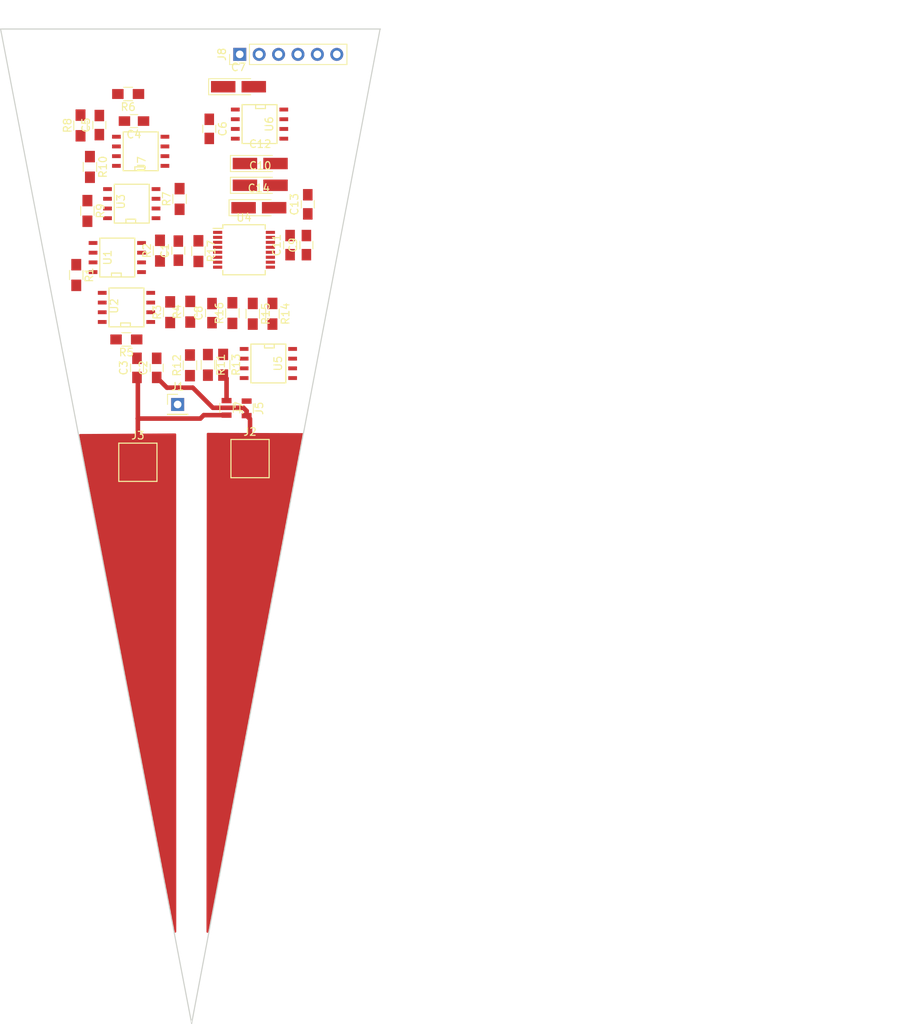
<source format=kicad_pcb>
(kicad_pcb (version 20170123) (host pcbnew no-vcs-found)

  (general
    (thickness 1.6)
    (drawings 11)
    (tracks 16)
    (zones 0)
    (modules 44)
    (nets 41)
  )

  (page A4)
  (layers
    (0 F.Cu signal)
    (31 B.Cu signal)
    (32 B.Adhes user)
    (33 F.Adhes user)
    (34 B.Paste user)
    (35 F.Paste user)
    (36 B.SilkS user)
    (37 F.SilkS user)
    (38 B.Mask user)
    (39 F.Mask user)
    (40 Dwgs.User user)
    (41 Cmts.User user)
    (42 Eco1.User user)
    (43 Eco2.User user)
    (44 Edge.Cuts user)
    (45 Margin user)
    (46 B.CrtYd user)
    (47 F.CrtYd user)
    (48 B.Fab user)
    (49 F.Fab user)
  )

  (setup
    (last_trace_width 0.55)
    (user_trace_width 0.4)
    (user_trace_width 0.55)
    (user_trace_width 0.6)
    (user_trace_width 0.8)
    (trace_clearance 0.2)
    (zone_clearance 0.508)
    (zone_45_only no)
    (trace_min 0.2)
    (segment_width 0.1)
    (edge_width 0.15)
    (via_size 0.8)
    (via_drill 0.4)
    (via_min_size 0.4)
    (via_min_drill 0.3)
    (uvia_size 0.3)
    (uvia_drill 0.1)
    (uvias_allowed no)
    (uvia_min_size 0.2)
    (uvia_min_drill 0.1)
    (pcb_text_width 0.3)
    (pcb_text_size 1.5 1.5)
    (mod_edge_width 0.15)
    (mod_text_size 1 1)
    (mod_text_width 0.15)
    (pad_size 0.508 1.143)
    (pad_drill 0)
    (pad_to_mask_clearance 0.2)
    (aux_axis_origin 0 0)
    (visible_elements 7FFFFFFF)
    (pcbplotparams
      (layerselection 0x00080_7fffffff)
      (usegerberextensions false)
      (excludeedgelayer true)
      (linewidth 0.050000)
      (plotframeref false)
      (viasonmask false)
      (mode 1)
      (useauxorigin false)
      (hpglpennumber 1)
      (hpglpenspeed 20)
      (hpglpendiameter 15)
      (psnegative false)
      (psa4output false)
      (plotreference true)
      (plotvalue true)
      (plotinvisibletext false)
      (padsonsilk false)
      (subtractmaskfromsilk false)
      (outputformat 1)
      (mirror false)
      (drillshape 0)
      (scaleselection 1)
      (outputdirectory ""))
  )

  (net 0 "")
  (net 1 "Net-(C1-Pad1)")
  (net 2 GND)
  (net 3 "Net-(C2-Pad2)")
  (net 4 "Net-(C3-Pad2)")
  (net 5 "Net-(C4-Pad2)")
  (net 6 "Net-(C4-Pad1)")
  (net 7 /620_OUT)
  (net 8 /AGND)
  (net 9 +5V)
  (net 10 "Net-(C8-Pad2)")
  (net 11 "Net-(C8-Pad1)")
  (net 12 VDD)
  (net 13 "Net-(J2-Pad1)")
  (net 14 "Net-(J3-Pad1)")
  (net 15 /5933_OUT)
  (net 16 /5933_IN)
  (net 17 /SDA)
  (net 18 /SCL)
  (net 19 VDDA)
  (net 20 "Net-(R5-Pad1)")
  (net 21 "Net-(R5-Pad2)")
  (net 22 "Net-(R6-Pad1)")
  (net 23 "Net-(R7-Pad1)")
  (net 24 "Net-(R8-Pad1)")
  (net 25 "Net-(R10-Pad2)")
  (net 26 "Net-(R11-Pad2)")
  (net 27 "Net-(R13-Pad1)")
  (net 28 "Net-(R14-Pad1)")
  (net 29 "Net-(R17-Pad1)")
  (net 30 "Net-(U4-Pad1)")
  (net 31 "Net-(U4-Pad2)")
  (net 32 "Net-(U4-Pad3)")
  (net 33 "Net-(U4-Pad7)")
  (net 34 "Net-(U4-Pad8)")
  (net 35 "Net-(U6-Pad8)")
  (net 36 "Net-(U6-Pad7)")
  (net 37 "Net-(U6-Pad5)")
  (net 38 "Net-(U6-Pad3)")
  (net 39 "Net-(U6-Pad1)")
  (net 40 "Net-(U1-Pad5)")

  (net_class Default "This is the default net class."
    (clearance 0.2)
    (trace_width 0.25)
    (via_dia 0.8)
    (via_drill 0.4)
    (uvia_dia 0.3)
    (uvia_drill 0.1)
    (add_net +5V)
    (add_net /5933_IN)
    (add_net /5933_OUT)
    (add_net /620_OUT)
    (add_net /AGND)
    (add_net /SCL)
    (add_net /SDA)
    (add_net GND)
    (add_net "Net-(C1-Pad1)")
    (add_net "Net-(C2-Pad2)")
    (add_net "Net-(C3-Pad2)")
    (add_net "Net-(C4-Pad1)")
    (add_net "Net-(C4-Pad2)")
    (add_net "Net-(C8-Pad1)")
    (add_net "Net-(C8-Pad2)")
    (add_net "Net-(J2-Pad1)")
    (add_net "Net-(J3-Pad1)")
    (add_net "Net-(R10-Pad2)")
    (add_net "Net-(R11-Pad2)")
    (add_net "Net-(R13-Pad1)")
    (add_net "Net-(R14-Pad1)")
    (add_net "Net-(R17-Pad1)")
    (add_net "Net-(R5-Pad1)")
    (add_net "Net-(R5-Pad2)")
    (add_net "Net-(R6-Pad1)")
    (add_net "Net-(R7-Pad1)")
    (add_net "Net-(R8-Pad1)")
    (add_net "Net-(U1-Pad5)")
    (add_net "Net-(U4-Pad1)")
    (add_net "Net-(U4-Pad2)")
    (add_net "Net-(U4-Pad3)")
    (add_net "Net-(U4-Pad7)")
    (add_net "Net-(U4-Pad8)")
    (add_net "Net-(U6-Pad1)")
    (add_net "Net-(U6-Pad3)")
    (add_net "Net-(U6-Pad5)")
    (add_net "Net-(U6-Pad7)")
    (add_net "Net-(U6-Pad8)")
    (add_net VDD)
    (add_net VDDA)
  )

  (module SMD_Packages:1Pin (layer F.Cu) (tedit 0) (tstamp 5B4FC5E9)
    (at 71.374 79.248)
    (descr "module 1 pin (ou trou mecanique de percage)")
    (tags DEV)
    (path /5B4E7B68)
    (fp_text reference J3 (at 0 -3.50012) (layer F.SilkS)
      (effects (font (size 1 1) (thickness 0.15)))
    )
    (fp_text value Conn_01x01 (at 0.24892 3.74904) (layer F.Fab)
      (effects (font (size 1 1) (thickness 0.15)))
    )
    (fp_line (start -2.49936 2.49936) (end -2.49936 -2.49936) (layer F.SilkS) (width 0.15))
    (fp_line (start 2.49936 2.49936) (end -2.49936 2.49936) (layer F.SilkS) (width 0.15))
    (fp_line (start 2.49936 -2.49936) (end 2.49936 2.49936) (layer F.SilkS) (width 0.15))
    (fp_line (start -2.49936 -2.49936) (end 2.49936 -2.49936) (layer F.SilkS) (width 0.15))
    (pad 1 smd rect (at 0 0) (size 4.064 4.064) (layers F.Cu F.Paste F.Mask)
      (net 14 "Net-(J3-Pad1)"))
  )

  (module Resistors_SMD:R_0805 (layer F.Cu) (tedit 5B4FD294) (tstamp 5B4FC61A)
    (at 85.6107 72.1995 270)
    (descr "Resistor SMD 0805, reflow soldering, Vishay (see dcrcw.pdf)")
    (tags "resistor 0805")
    (path /5B4F9212)
    (attr smd)
    (fp_text reference J5 (at 0 -1.65 270) (layer F.SilkS)
      (effects (font (size 1 1) (thickness 0.15)))
    )
    (fp_text value GS2 (at 0.0889 1.6002 270) (layer F.Fab)
      (effects (font (size 1 1) (thickness 0.15)))
    )
    (fp_line (start 1.55 0.9) (end -1.55 0.9) (layer F.CrtYd) (width 0.05))
    (fp_line (start 1.55 0.9) (end 1.55 -0.9) (layer F.CrtYd) (width 0.05))
    (fp_line (start -1.55 -0.9) (end -1.55 0.9) (layer F.CrtYd) (width 0.05))
    (fp_line (start -1.55 -0.9) (end 1.55 -0.9) (layer F.CrtYd) (width 0.05))
    (fp_line (start -0.6 -0.88) (end 0.6 -0.88) (layer F.SilkS) (width 0.12))
    (fp_line (start 0.6 0.88) (end -0.6 0.88) (layer F.SilkS) (width 0.12))
    (fp_line (start -1 -0.62) (end 1 -0.62) (layer F.Fab) (width 0.1))
    (fp_line (start 1 -0.62) (end 1 0.62) (layer F.Fab) (width 0.1))
    (fp_line (start 1 0.62) (end -1 0.62) (layer F.Fab) (width 0.1))
    (fp_line (start -1 0.62) (end -1 -0.62) (layer F.Fab) (width 0.1))
    (fp_text user %R (at 0.345099 -1.4285 270) (layer F.Fab)
      (effects (font (size 0.5 0.5) (thickness 0.075)))
    )
    (pad 2 smd rect (at 0.95 0 270) (size 0.7 1.3) (layers F.Cu F.Paste F.Mask)
      (net 13 "Net-(J2-Pad1)"))
    (pad 1 smd rect (at -0.95 0 270) (size 0.7 1.3) (layers F.Cu F.Paste F.Mask)
      (net 15 /5933_OUT))
    (model ${KISYS3DMOD}/Resistors_SMD.3dshapes/R_0805.wrl
      (at (xyz 0 0 0))
      (scale (xyz 1 1 1))
      (rotate (xyz 0 0 0))
    )
  )

  (module Capacitors_SMD:C_0805_HandSoldering (layer F.Cu) (tedit 58AA84A8) (tstamp 5B4FC4DA)
    (at 76.6699 51.5747 90)
    (descr "Capacitor SMD 0805, hand soldering")
    (tags "capacitor 0805")
    (path /5B4F219D)
    (attr smd)
    (fp_text reference C1 (at 0 -1.75 90) (layer F.SilkS)
      (effects (font (size 1 1) (thickness 0.15)))
    )
    (fp_text value 100N (at 0 1.75 90) (layer F.Fab)
      (effects (font (size 1 1) (thickness 0.15)))
    )
    (fp_text user %R (at 0 -1.75 90) (layer F.Fab)
      (effects (font (size 1 1) (thickness 0.15)))
    )
    (fp_line (start -1 0.62) (end -1 -0.62) (layer F.Fab) (width 0.1))
    (fp_line (start 1 0.62) (end -1 0.62) (layer F.Fab) (width 0.1))
    (fp_line (start 1 -0.62) (end 1 0.62) (layer F.Fab) (width 0.1))
    (fp_line (start -1 -0.62) (end 1 -0.62) (layer F.Fab) (width 0.1))
    (fp_line (start 0.5 -0.85) (end -0.5 -0.85) (layer F.SilkS) (width 0.12))
    (fp_line (start -0.5 0.85) (end 0.5 0.85) (layer F.SilkS) (width 0.12))
    (fp_line (start -2.25 -0.88) (end 2.25 -0.88) (layer F.CrtYd) (width 0.05))
    (fp_line (start -2.25 -0.88) (end -2.25 0.87) (layer F.CrtYd) (width 0.05))
    (fp_line (start 2.25 0.87) (end 2.25 -0.88) (layer F.CrtYd) (width 0.05))
    (fp_line (start 2.25 0.87) (end -2.25 0.87) (layer F.CrtYd) (width 0.05))
    (pad 1 smd rect (at -1.25 0 90) (size 1.5 1.25) (layers F.Cu F.Paste F.Mask)
      (net 1 "Net-(C1-Pad1)"))
    (pad 2 smd rect (at 1.25 0 90) (size 1.5 1.25) (layers F.Cu F.Paste F.Mask)
      (net 2 GND))
    (model Capacitors_SMD.3dshapes/C_0805.wrl
      (at (xyz 0 0 0))
      (scale (xyz 1 1 1))
      (rotate (xyz 0 0 0))
    )
  )

  (module Capacitors_SMD:C_0805_HandSoldering (layer F.Cu) (tedit 5B4FD098) (tstamp 5B4FC4EB)
    (at 73.8378 66.9036 90)
    (descr "Capacitor SMD 0805, hand soldering")
    (tags "capacitor 0805")
    (path /5B4F0D0D)
    (attr smd)
    (fp_text reference C2 (at 0 -1.75 90) (layer F.SilkS)
      (effects (font (size 1 1) (thickness 0.15)))
    )
    (fp_text value 10n (at 0 1.75 90) (layer F.Fab)
      (effects (font (size 1 1) (thickness 0.15)))
    )
    (fp_text user %R (at 0 -1.75 90) (layer F.Fab)
      (effects (font (size 1 1) (thickness 0.15)))
    )
    (fp_line (start -1 0.62) (end -1 -0.62) (layer F.Fab) (width 0.1))
    (fp_line (start 1 0.62) (end -1 0.62) (layer F.Fab) (width 0.1))
    (fp_line (start 1 -0.62) (end 1 0.62) (layer F.Fab) (width 0.1))
    (fp_line (start -1 -0.62) (end 1 -0.62) (layer F.Fab) (width 0.1))
    (fp_line (start 0.5 -0.85) (end -0.5 -0.85) (layer F.SilkS) (width 0.12))
    (fp_line (start -0.5 0.85) (end 0.5 0.85) (layer F.SilkS) (width 0.12))
    (fp_line (start -2.25 -0.88) (end 2.25 -0.88) (layer F.CrtYd) (width 0.05))
    (fp_line (start -2.25 -0.88) (end -2.25 0.87) (layer F.CrtYd) (width 0.05))
    (fp_line (start 2.25 0.87) (end 2.25 -0.88) (layer F.CrtYd) (width 0.05))
    (fp_line (start 2.25 0.87) (end -2.25 0.87) (layer F.CrtYd) (width 0.05))
    (pad 1 smd rect (at -1.25 0 90) (size 1.5 1.25) (layers F.Cu F.Paste F.Mask)
      (net 13 "Net-(J2-Pad1)"))
    (pad 2 smd rect (at 1.25 0 90) (size 1.5 1.25) (layers F.Cu F.Paste F.Mask)
      (net 3 "Net-(C2-Pad2)"))
    (model Capacitors_SMD.3dshapes/C_0805.wrl
      (at (xyz 0 0 0))
      (scale (xyz 1 1 1))
      (rotate (xyz 0 0 0))
    )
  )

  (module Capacitors_SMD:C_0805_HandSoldering (layer F.Cu) (tedit 5B4FD067) (tstamp 5B4FC4FC)
    (at 71.2597 66.9036 90)
    (descr "Capacitor SMD 0805, hand soldering")
    (tags "capacitor 0805")
    (path /5B4F0DC0)
    (attr smd)
    (fp_text reference C3 (at 0 -1.75 90) (layer F.SilkS)
      (effects (font (size 1 1) (thickness 0.15)))
    )
    (fp_text value 10n (at 0 1.75 90) (layer F.Fab)
      (effects (font (size 1 1) (thickness 0.15)))
    )
    (fp_line (start 2.25 0.87) (end -2.25 0.87) (layer F.CrtYd) (width 0.05))
    (fp_line (start 2.25 0.87) (end 2.25 -0.88) (layer F.CrtYd) (width 0.05))
    (fp_line (start -2.25 -0.88) (end -2.25 0.87) (layer F.CrtYd) (width 0.05))
    (fp_line (start -2.25 -0.88) (end 2.25 -0.88) (layer F.CrtYd) (width 0.05))
    (fp_line (start -0.5 0.85) (end 0.5 0.85) (layer F.SilkS) (width 0.12))
    (fp_line (start 0.5 -0.85) (end -0.5 -0.85) (layer F.SilkS) (width 0.12))
    (fp_line (start -1 -0.62) (end 1 -0.62) (layer F.Fab) (width 0.1))
    (fp_line (start 1 -0.62) (end 1 0.62) (layer F.Fab) (width 0.1))
    (fp_line (start 1 0.62) (end -1 0.62) (layer F.Fab) (width 0.1))
    (fp_line (start -1 0.62) (end -1 -0.62) (layer F.Fab) (width 0.1))
    (fp_text user %R (at 0 -1.75 90) (layer F.Fab)
      (effects (font (size 1 1) (thickness 0.15)))
    )
    (pad 2 smd rect (at 1.25 0 90) (size 1.5 1.25) (layers F.Cu F.Paste F.Mask)
      (net 4 "Net-(C3-Pad2)"))
    (pad 1 smd rect (at -1.25 0 90) (size 1.5 1.25) (layers F.Cu F.Paste F.Mask)
      (net 14 "Net-(J3-Pad1)"))
    (model Capacitors_SMD.3dshapes/C_0805.wrl
      (at (xyz 0 0 0))
      (scale (xyz 1 1 1))
      (rotate (xyz 0 0 0))
    )
  )

  (module Capacitors_SMD:C_0805_HandSoldering (layer F.Cu) (tedit 58AA84A8) (tstamp 5B4FC50D)
    (at 70.866 34.6329 180)
    (descr "Capacitor SMD 0805, hand soldering")
    (tags "capacitor 0805")
    (path /5B4F1D0F)
    (attr smd)
    (fp_text reference C4 (at 0 -1.75 180) (layer F.SilkS)
      (effects (font (size 1 1) (thickness 0.15)))
    )
    (fp_text value 100N (at 0 1.75 180) (layer F.Fab)
      (effects (font (size 1 1) (thickness 0.15)))
    )
    (fp_line (start 2.25 0.87) (end -2.25 0.87) (layer F.CrtYd) (width 0.05))
    (fp_line (start 2.25 0.87) (end 2.25 -0.88) (layer F.CrtYd) (width 0.05))
    (fp_line (start -2.25 -0.88) (end -2.25 0.87) (layer F.CrtYd) (width 0.05))
    (fp_line (start -2.25 -0.88) (end 2.25 -0.88) (layer F.CrtYd) (width 0.05))
    (fp_line (start -0.5 0.85) (end 0.5 0.85) (layer F.SilkS) (width 0.12))
    (fp_line (start 0.5 -0.85) (end -0.5 -0.85) (layer F.SilkS) (width 0.12))
    (fp_line (start -1 -0.62) (end 1 -0.62) (layer F.Fab) (width 0.1))
    (fp_line (start 1 -0.62) (end 1 0.62) (layer F.Fab) (width 0.1))
    (fp_line (start 1 0.62) (end -1 0.62) (layer F.Fab) (width 0.1))
    (fp_line (start -1 0.62) (end -1 -0.62) (layer F.Fab) (width 0.1))
    (fp_text user %R (at 0 -1.75 180) (layer F.Fab)
      (effects (font (size 1 1) (thickness 0.15)))
    )
    (pad 2 smd rect (at 1.25 0 180) (size 1.5 1.25) (layers F.Cu F.Paste F.Mask)
      (net 5 "Net-(C4-Pad2)"))
    (pad 1 smd rect (at -1.25 0 180) (size 1.5 1.25) (layers F.Cu F.Paste F.Mask)
      (net 6 "Net-(C4-Pad1)"))
    (model Capacitors_SMD.3dshapes/C_0805.wrl
      (at (xyz 0 0 0))
      (scale (xyz 1 1 1))
      (rotate (xyz 0 0 0))
    )
  )

  (module Capacitors_SMD:C_0805_HandSoldering (layer F.Cu) (tedit 5B4FD1B7) (tstamp 5B4FC51E)
    (at 66.3321 35.1536 90)
    (descr "Capacitor SMD 0805, hand soldering")
    (tags "capacitor 0805")
    (path /5B4F1704)
    (attr smd)
    (fp_text reference C5 (at 0 -1.75 90) (layer F.SilkS)
      (effects (font (size 1 1) (thickness 0.15)))
    )
    (fp_text value 0.47uF (at -0.0508 1.6002 90) (layer F.Fab)
      (effects (font (size 1 1) (thickness 0.15)))
    )
    (fp_text user %R (at -0.127 -0.254 90) (layer F.Fab)
      (effects (font (size 1 1) (thickness 0.15)))
    )
    (fp_line (start -1 0.62) (end -1 -0.62) (layer F.Fab) (width 0.1))
    (fp_line (start 1 0.62) (end -1 0.62) (layer F.Fab) (width 0.1))
    (fp_line (start 1 -0.62) (end 1 0.62) (layer F.Fab) (width 0.1))
    (fp_line (start -1 -0.62) (end 1 -0.62) (layer F.Fab) (width 0.1))
    (fp_line (start 0.5 -0.85) (end -0.5 -0.85) (layer F.SilkS) (width 0.12))
    (fp_line (start -0.5 0.85) (end 0.5 0.85) (layer F.SilkS) (width 0.12))
    (fp_line (start -2.25 -0.88) (end 2.25 -0.88) (layer F.CrtYd) (width 0.05))
    (fp_line (start -2.25 -0.88) (end -2.25 0.87) (layer F.CrtYd) (width 0.05))
    (fp_line (start 2.25 0.87) (end 2.25 -0.88) (layer F.CrtYd) (width 0.05))
    (fp_line (start 2.25 0.87) (end -2.25 0.87) (layer F.CrtYd) (width 0.05))
    (pad 1 smd rect (at -1.25 0 90) (size 1.5 1.25) (layers F.Cu F.Paste F.Mask)
      (net 7 /620_OUT))
    (pad 2 smd rect (at 1.25 0 90) (size 1.5 1.25) (layers F.Cu F.Paste F.Mask)
      (net 8 /AGND))
    (model Capacitors_SMD.3dshapes/C_0805.wrl
      (at (xyz 0 0 0))
      (scale (xyz 1 1 1))
      (rotate (xyz 0 0 0))
    )
  )

  (module Capacitors_SMD:C_0805_HandSoldering (layer F.Cu) (tedit 58AA84A8) (tstamp 5B4FC52F)
    (at 80.7212 35.6489 270)
    (descr "Capacitor SMD 0805, hand soldering")
    (tags "capacitor 0805")
    (path /5B4FB8D0)
    (attr smd)
    (fp_text reference C6 (at 0 -1.75 270) (layer F.SilkS)
      (effects (font (size 1 1) (thickness 0.15)))
    )
    (fp_text value 100n (at 0 1.75 270) (layer F.Fab)
      (effects (font (size 1 1) (thickness 0.15)))
    )
    (fp_line (start 2.25 0.87) (end -2.25 0.87) (layer F.CrtYd) (width 0.05))
    (fp_line (start 2.25 0.87) (end 2.25 -0.88) (layer F.CrtYd) (width 0.05))
    (fp_line (start -2.25 -0.88) (end -2.25 0.87) (layer F.CrtYd) (width 0.05))
    (fp_line (start -2.25 -0.88) (end 2.25 -0.88) (layer F.CrtYd) (width 0.05))
    (fp_line (start -0.5 0.85) (end 0.5 0.85) (layer F.SilkS) (width 0.12))
    (fp_line (start 0.5 -0.85) (end -0.5 -0.85) (layer F.SilkS) (width 0.12))
    (fp_line (start -1 -0.62) (end 1 -0.62) (layer F.Fab) (width 0.1))
    (fp_line (start 1 -0.62) (end 1 0.62) (layer F.Fab) (width 0.1))
    (fp_line (start 1 0.62) (end -1 0.62) (layer F.Fab) (width 0.1))
    (fp_line (start -1 0.62) (end -1 -0.62) (layer F.Fab) (width 0.1))
    (fp_text user %R (at 0 -1.75 270) (layer F.Fab)
      (effects (font (size 1 1) (thickness 0.15)))
    )
    (pad 2 smd rect (at 1.25 0 270) (size 1.5 1.25) (layers F.Cu F.Paste F.Mask)
      (net 2 GND))
    (pad 1 smd rect (at -1.25 0 270) (size 1.5 1.25) (layers F.Cu F.Paste F.Mask)
      (net 9 +5V))
    (model Capacitors_SMD.3dshapes/C_0805.wrl
      (at (xyz 0 0 0))
      (scale (xyz 1 1 1))
      (rotate (xyz 0 0 0))
    )
  )

  (module Capacitors_Tantalum_SMD:CP_Tantalum_Case-A_EIA-3216-18_Hand (layer F.Cu) (tedit 58CC8C08) (tstamp 5B4FC543)
    (at 84.5439 30.1371)
    (descr "Tantalum capacitor, Case A, EIA 3216-18, 3.2x1.6x1.6mm, Hand soldering footprint")
    (tags "capacitor tantalum smd")
    (path /5B4FB8D6)
    (attr smd)
    (fp_text reference C7 (at 0 -2.55) (layer F.SilkS)
      (effects (font (size 1 1) (thickness 0.15)))
    )
    (fp_text value 1uF (at 0 2.55) (layer F.Fab)
      (effects (font (size 1 1) (thickness 0.15)))
    )
    (fp_line (start -3.9 -1.05) (end -3.9 1.05) (layer F.SilkS) (width 0.12))
    (fp_line (start -3.9 1.05) (end 1.6 1.05) (layer F.SilkS) (width 0.12))
    (fp_line (start -3.9 -1.05) (end 1.6 -1.05) (layer F.SilkS) (width 0.12))
    (fp_line (start -1.12 -0.8) (end -1.12 0.8) (layer F.Fab) (width 0.1))
    (fp_line (start -1.28 -0.8) (end -1.28 0.8) (layer F.Fab) (width 0.1))
    (fp_line (start 1.6 -0.8) (end -1.6 -0.8) (layer F.Fab) (width 0.1))
    (fp_line (start 1.6 0.8) (end 1.6 -0.8) (layer F.Fab) (width 0.1))
    (fp_line (start -1.6 0.8) (end 1.6 0.8) (layer F.Fab) (width 0.1))
    (fp_line (start -1.6 -0.8) (end -1.6 0.8) (layer F.Fab) (width 0.1))
    (fp_line (start 4 -1.2) (end -4 -1.2) (layer F.CrtYd) (width 0.05))
    (fp_line (start 4 1.2) (end 4 -1.2) (layer F.CrtYd) (width 0.05))
    (fp_line (start -4 1.2) (end 4 1.2) (layer F.CrtYd) (width 0.05))
    (fp_line (start -4 -1.2) (end -4 1.2) (layer F.CrtYd) (width 0.05))
    (fp_text user %R (at 0 0) (layer F.Fab)
      (effects (font (size 0.7 0.7) (thickness 0.105)))
    )
    (pad 2 smd rect (at 2 0) (size 3.2 1.5) (layers F.Cu F.Paste F.Mask)
      (net 2 GND))
    (pad 1 smd rect (at -2 0) (size 3.2 1.5) (layers F.Cu F.Paste F.Mask)
      (net 9 +5V))
    (model Capacitors_Tantalum_SMD.3dshapes/CP_Tantalum_Case-A_EIA-3216-18.wrl
      (at (xyz 0 0 0))
      (scale (xyz 1 1 1))
      (rotate (xyz 0 0 0))
    )
  )

  (module Capacitors_SMD:C_0805_HandSoldering (layer F.Cu) (tedit 58AA84A8) (tstamp 5B4FC554)
    (at 81.0768 59.7408 90)
    (descr "Capacitor SMD 0805, hand soldering")
    (tags "capacitor 0805")
    (path /5B502EB6)
    (attr smd)
    (fp_text reference C8 (at 0 -1.75 90) (layer F.SilkS)
      (effects (font (size 1 1) (thickness 0.15)))
    )
    (fp_text value 47n (at 0 1.75 90) (layer F.Fab)
      (effects (font (size 1 1) (thickness 0.15)))
    )
    (fp_line (start 2.25 0.87) (end -2.25 0.87) (layer F.CrtYd) (width 0.05))
    (fp_line (start 2.25 0.87) (end 2.25 -0.88) (layer F.CrtYd) (width 0.05))
    (fp_line (start -2.25 -0.88) (end -2.25 0.87) (layer F.CrtYd) (width 0.05))
    (fp_line (start -2.25 -0.88) (end 2.25 -0.88) (layer F.CrtYd) (width 0.05))
    (fp_line (start -0.5 0.85) (end 0.5 0.85) (layer F.SilkS) (width 0.12))
    (fp_line (start 0.5 -0.85) (end -0.5 -0.85) (layer F.SilkS) (width 0.12))
    (fp_line (start -1 -0.62) (end 1 -0.62) (layer F.Fab) (width 0.1))
    (fp_line (start 1 -0.62) (end 1 0.62) (layer F.Fab) (width 0.1))
    (fp_line (start 1 0.62) (end -1 0.62) (layer F.Fab) (width 0.1))
    (fp_line (start -1 0.62) (end -1 -0.62) (layer F.Fab) (width 0.1))
    (fp_text user %R (at 0 -1.75 90) (layer F.Fab)
      (effects (font (size 1 1) (thickness 0.15)))
    )
    (pad 2 smd rect (at 1.25 0 90) (size 1.5 1.25) (layers F.Cu F.Paste F.Mask)
      (net 10 "Net-(C8-Pad2)"))
    (pad 1 smd rect (at -1.25 0 90) (size 1.5 1.25) (layers F.Cu F.Paste F.Mask)
      (net 11 "Net-(C8-Pad1)"))
    (model Capacitors_SMD.3dshapes/C_0805.wrl
      (at (xyz 0 0 0))
      (scale (xyz 1 1 1))
      (rotate (xyz 0 0 0))
    )
  )

  (module Capacitors_SMD:C_0805_HandSoldering (layer F.Cu) (tedit 58AA84A8) (tstamp 5B4FC565)
    (at 93.4339 50.8508 90)
    (descr "Capacitor SMD 0805, hand soldering")
    (tags "capacitor 0805")
    (path /5B4FB704)
    (attr smd)
    (fp_text reference C9 (at 0 -1.75 90) (layer F.SilkS)
      (effects (font (size 1 1) (thickness 0.15)))
    )
    (fp_text value 100n (at 0 1.75 90) (layer F.Fab)
      (effects (font (size 1 1) (thickness 0.15)))
    )
    (fp_line (start 2.25 0.87) (end -2.25 0.87) (layer F.CrtYd) (width 0.05))
    (fp_line (start 2.25 0.87) (end 2.25 -0.88) (layer F.CrtYd) (width 0.05))
    (fp_line (start -2.25 -0.88) (end -2.25 0.87) (layer F.CrtYd) (width 0.05))
    (fp_line (start -2.25 -0.88) (end 2.25 -0.88) (layer F.CrtYd) (width 0.05))
    (fp_line (start -0.5 0.85) (end 0.5 0.85) (layer F.SilkS) (width 0.12))
    (fp_line (start 0.5 -0.85) (end -0.5 -0.85) (layer F.SilkS) (width 0.12))
    (fp_line (start -1 -0.62) (end 1 -0.62) (layer F.Fab) (width 0.1))
    (fp_line (start 1 -0.62) (end 1 0.62) (layer F.Fab) (width 0.1))
    (fp_line (start 1 0.62) (end -1 0.62) (layer F.Fab) (width 0.1))
    (fp_line (start -1 0.62) (end -1 -0.62) (layer F.Fab) (width 0.1))
    (fp_text user %R (at 0 -1.75 90) (layer F.Fab)
      (effects (font (size 1 1) (thickness 0.15)))
    )
    (pad 2 smd rect (at 1.25 0 90) (size 1.5 1.25) (layers F.Cu F.Paste F.Mask)
      (net 2 GND))
    (pad 1 smd rect (at -1.25 0 90) (size 1.5 1.25) (layers F.Cu F.Paste F.Mask)
      (net 12 VDD))
    (model Capacitors_SMD.3dshapes/C_0805.wrl
      (at (xyz 0 0 0))
      (scale (xyz 1 1 1))
      (rotate (xyz 0 0 0))
    )
  )

  (module Capacitors_Tantalum_SMD:CP_Tantalum_Case-A_EIA-3216-18_Hand (layer F.Cu) (tedit 58CC8C08) (tstamp 5B4FC579)
    (at 87.3887 43.0276)
    (descr "Tantalum capacitor, Case A, EIA 3216-18, 3.2x1.6x1.6mm, Hand soldering footprint")
    (tags "capacitor tantalum smd")
    (path /5B4FB70A)
    (attr smd)
    (fp_text reference C10 (at 0 -2.55) (layer F.SilkS)
      (effects (font (size 1 1) (thickness 0.15)))
    )
    (fp_text value 1uF (at 0 2.55) (layer F.Fab)
      (effects (font (size 1 1) (thickness 0.15)))
    )
    (fp_text user %R (at 0 0) (layer F.Fab)
      (effects (font (size 0.7 0.7) (thickness 0.105)))
    )
    (fp_line (start -4 -1.2) (end -4 1.2) (layer F.CrtYd) (width 0.05))
    (fp_line (start -4 1.2) (end 4 1.2) (layer F.CrtYd) (width 0.05))
    (fp_line (start 4 1.2) (end 4 -1.2) (layer F.CrtYd) (width 0.05))
    (fp_line (start 4 -1.2) (end -4 -1.2) (layer F.CrtYd) (width 0.05))
    (fp_line (start -1.6 -0.8) (end -1.6 0.8) (layer F.Fab) (width 0.1))
    (fp_line (start -1.6 0.8) (end 1.6 0.8) (layer F.Fab) (width 0.1))
    (fp_line (start 1.6 0.8) (end 1.6 -0.8) (layer F.Fab) (width 0.1))
    (fp_line (start 1.6 -0.8) (end -1.6 -0.8) (layer F.Fab) (width 0.1))
    (fp_line (start -1.28 -0.8) (end -1.28 0.8) (layer F.Fab) (width 0.1))
    (fp_line (start -1.12 -0.8) (end -1.12 0.8) (layer F.Fab) (width 0.1))
    (fp_line (start -3.9 -1.05) (end 1.6 -1.05) (layer F.SilkS) (width 0.12))
    (fp_line (start -3.9 1.05) (end 1.6 1.05) (layer F.SilkS) (width 0.12))
    (fp_line (start -3.9 -1.05) (end -3.9 1.05) (layer F.SilkS) (width 0.12))
    (pad 1 smd rect (at -2 0) (size 3.2 1.5) (layers F.Cu F.Paste F.Mask)
      (net 12 VDD))
    (pad 2 smd rect (at 2 0) (size 3.2 1.5) (layers F.Cu F.Paste F.Mask)
      (net 2 GND))
    (model Capacitors_Tantalum_SMD.3dshapes/CP_Tantalum_Case-A_EIA-3216-18.wrl
      (at (xyz 0 0 0))
      (scale (xyz 1 1 1))
      (rotate (xyz 0 0 0))
    )
  )

  (module Capacitors_SMD:C_0805_HandSoldering (layer F.Cu) (tedit 58AA84A8) (tstamp 5B4FC58A)
    (at 91.3003 50.8508 90)
    (descr "Capacitor SMD 0805, hand soldering")
    (tags "capacitor 0805")
    (path /5B4FB01F)
    (attr smd)
    (fp_text reference C11 (at 0 -1.75 90) (layer F.SilkS)
      (effects (font (size 1 1) (thickness 0.15)))
    )
    (fp_text value 100n (at 0 1.75 90) (layer F.Fab)
      (effects (font (size 1 1) (thickness 0.15)))
    )
    (fp_text user %R (at 0 -1.75 90) (layer F.Fab)
      (effects (font (size 1 1) (thickness 0.15)))
    )
    (fp_line (start -1 0.62) (end -1 -0.62) (layer F.Fab) (width 0.1))
    (fp_line (start 1 0.62) (end -1 0.62) (layer F.Fab) (width 0.1))
    (fp_line (start 1 -0.62) (end 1 0.62) (layer F.Fab) (width 0.1))
    (fp_line (start -1 -0.62) (end 1 -0.62) (layer F.Fab) (width 0.1))
    (fp_line (start 0.5 -0.85) (end -0.5 -0.85) (layer F.SilkS) (width 0.12))
    (fp_line (start -0.5 0.85) (end 0.5 0.85) (layer F.SilkS) (width 0.12))
    (fp_line (start -2.25 -0.88) (end 2.25 -0.88) (layer F.CrtYd) (width 0.05))
    (fp_line (start -2.25 -0.88) (end -2.25 0.87) (layer F.CrtYd) (width 0.05))
    (fp_line (start 2.25 0.87) (end 2.25 -0.88) (layer F.CrtYd) (width 0.05))
    (fp_line (start 2.25 0.87) (end -2.25 0.87) (layer F.CrtYd) (width 0.05))
    (pad 1 smd rect (at -1.25 0 90) (size 1.5 1.25) (layers F.Cu F.Paste F.Mask)
      (net 12 VDD))
    (pad 2 smd rect (at 1.25 0 90) (size 1.5 1.25) (layers F.Cu F.Paste F.Mask)
      (net 2 GND))
    (model Capacitors_SMD.3dshapes/C_0805.wrl
      (at (xyz 0 0 0))
      (scale (xyz 1 1 1))
      (rotate (xyz 0 0 0))
    )
  )

  (module Capacitors_Tantalum_SMD:CP_Tantalum_Case-A_EIA-3216-18_Hand (layer F.Cu) (tedit 58CC8C08) (tstamp 5B4FC59E)
    (at 87.3887 40.1828)
    (descr "Tantalum capacitor, Case A, EIA 3216-18, 3.2x1.6x1.6mm, Hand soldering footprint")
    (tags "capacitor tantalum smd")
    (path /5B4FB440)
    (attr smd)
    (fp_text reference C12 (at 0 -2.55) (layer F.SilkS)
      (effects (font (size 1 1) (thickness 0.15)))
    )
    (fp_text value 1uF (at 0 2.55) (layer F.Fab)
      (effects (font (size 1 1) (thickness 0.15)))
    )
    (fp_line (start -3.9 -1.05) (end -3.9 1.05) (layer F.SilkS) (width 0.12))
    (fp_line (start -3.9 1.05) (end 1.6 1.05) (layer F.SilkS) (width 0.12))
    (fp_line (start -3.9 -1.05) (end 1.6 -1.05) (layer F.SilkS) (width 0.12))
    (fp_line (start -1.12 -0.8) (end -1.12 0.8) (layer F.Fab) (width 0.1))
    (fp_line (start -1.28 -0.8) (end -1.28 0.8) (layer F.Fab) (width 0.1))
    (fp_line (start 1.6 -0.8) (end -1.6 -0.8) (layer F.Fab) (width 0.1))
    (fp_line (start 1.6 0.8) (end 1.6 -0.8) (layer F.Fab) (width 0.1))
    (fp_line (start -1.6 0.8) (end 1.6 0.8) (layer F.Fab) (width 0.1))
    (fp_line (start -1.6 -0.8) (end -1.6 0.8) (layer F.Fab) (width 0.1))
    (fp_line (start 4 -1.2) (end -4 -1.2) (layer F.CrtYd) (width 0.05))
    (fp_line (start 4 1.2) (end 4 -1.2) (layer F.CrtYd) (width 0.05))
    (fp_line (start -4 1.2) (end 4 1.2) (layer F.CrtYd) (width 0.05))
    (fp_line (start -4 -1.2) (end -4 1.2) (layer F.CrtYd) (width 0.05))
    (fp_text user %R (at 0 0) (layer F.Fab)
      (effects (font (size 0.7 0.7) (thickness 0.105)))
    )
    (pad 2 smd rect (at 2 0) (size 3.2 1.5) (layers F.Cu F.Paste F.Mask)
      (net 2 GND))
    (pad 1 smd rect (at -2 0) (size 3.2 1.5) (layers F.Cu F.Paste F.Mask)
      (net 12 VDD))
    (model Capacitors_Tantalum_SMD.3dshapes/CP_Tantalum_Case-A_EIA-3216-18.wrl
      (at (xyz 0 0 0))
      (scale (xyz 1 1 1))
      (rotate (xyz 0 0 0))
    )
  )

  (module Capacitors_SMD:C_0805_HandSoldering (layer F.Cu) (tedit 58AA84A8) (tstamp 5B4FC5AF)
    (at 93.6117 45.5168 90)
    (descr "Capacitor SMD 0805, hand soldering")
    (tags "capacitor 0805")
    (path /5B4FB8DC)
    (attr smd)
    (fp_text reference C13 (at 0 -1.75 90) (layer F.SilkS)
      (effects (font (size 1 1) (thickness 0.15)))
    )
    (fp_text value 100n (at 0 1.75 90) (layer F.Fab)
      (effects (font (size 1 1) (thickness 0.15)))
    )
    (fp_text user %R (at 0 -1.75 90) (layer F.Fab)
      (effects (font (size 1 1) (thickness 0.15)))
    )
    (fp_line (start -1 0.62) (end -1 -0.62) (layer F.Fab) (width 0.1))
    (fp_line (start 1 0.62) (end -1 0.62) (layer F.Fab) (width 0.1))
    (fp_line (start 1 -0.62) (end 1 0.62) (layer F.Fab) (width 0.1))
    (fp_line (start -1 -0.62) (end 1 -0.62) (layer F.Fab) (width 0.1))
    (fp_line (start 0.5 -0.85) (end -0.5 -0.85) (layer F.SilkS) (width 0.12))
    (fp_line (start -0.5 0.85) (end 0.5 0.85) (layer F.SilkS) (width 0.12))
    (fp_line (start -2.25 -0.88) (end 2.25 -0.88) (layer F.CrtYd) (width 0.05))
    (fp_line (start -2.25 -0.88) (end -2.25 0.87) (layer F.CrtYd) (width 0.05))
    (fp_line (start 2.25 0.87) (end 2.25 -0.88) (layer F.CrtYd) (width 0.05))
    (fp_line (start 2.25 0.87) (end -2.25 0.87) (layer F.CrtYd) (width 0.05))
    (pad 1 smd rect (at -1.25 0 90) (size 1.5 1.25) (layers F.Cu F.Paste F.Mask)
      (net 12 VDD))
    (pad 2 smd rect (at 1.25 0 90) (size 1.5 1.25) (layers F.Cu F.Paste F.Mask)
      (net 2 GND))
    (model Capacitors_SMD.3dshapes/C_0805.wrl
      (at (xyz 0 0 0))
      (scale (xyz 1 1 1))
      (rotate (xyz 0 0 0))
    )
  )

  (module Capacitors_Tantalum_SMD:CP_Tantalum_Case-A_EIA-3216-18_Hand (layer F.Cu) (tedit 58CC8C08) (tstamp 5B4FC5C3)
    (at 87.2109 45.9613)
    (descr "Tantalum capacitor, Case A, EIA 3216-18, 3.2x1.6x1.6mm, Hand soldering footprint")
    (tags "capacitor tantalum smd")
    (path /5B4FB8E2)
    (attr smd)
    (fp_text reference C14 (at 0 -2.55) (layer F.SilkS)
      (effects (font (size 1 1) (thickness 0.15)))
    )
    (fp_text value 1uF (at 0 2.55) (layer F.Fab)
      (effects (font (size 1 1) (thickness 0.15)))
    )
    (fp_text user %R (at 0 0) (layer F.Fab)
      (effects (font (size 0.7 0.7) (thickness 0.105)))
    )
    (fp_line (start -4 -1.2) (end -4 1.2) (layer F.CrtYd) (width 0.05))
    (fp_line (start -4 1.2) (end 4 1.2) (layer F.CrtYd) (width 0.05))
    (fp_line (start 4 1.2) (end 4 -1.2) (layer F.CrtYd) (width 0.05))
    (fp_line (start 4 -1.2) (end -4 -1.2) (layer F.CrtYd) (width 0.05))
    (fp_line (start -1.6 -0.8) (end -1.6 0.8) (layer F.Fab) (width 0.1))
    (fp_line (start -1.6 0.8) (end 1.6 0.8) (layer F.Fab) (width 0.1))
    (fp_line (start 1.6 0.8) (end 1.6 -0.8) (layer F.Fab) (width 0.1))
    (fp_line (start 1.6 -0.8) (end -1.6 -0.8) (layer F.Fab) (width 0.1))
    (fp_line (start -1.28 -0.8) (end -1.28 0.8) (layer F.Fab) (width 0.1))
    (fp_line (start -1.12 -0.8) (end -1.12 0.8) (layer F.Fab) (width 0.1))
    (fp_line (start -3.9 -1.05) (end 1.6 -1.05) (layer F.SilkS) (width 0.12))
    (fp_line (start -3.9 1.05) (end 1.6 1.05) (layer F.SilkS) (width 0.12))
    (fp_line (start -3.9 -1.05) (end -3.9 1.05) (layer F.SilkS) (width 0.12))
    (pad 1 smd rect (at -2 0) (size 3.2 1.5) (layers F.Cu F.Paste F.Mask)
      (net 12 VDD))
    (pad 2 smd rect (at 2 0) (size 3.2 1.5) (layers F.Cu F.Paste F.Mask)
      (net 2 GND))
    (model Capacitors_Tantalum_SMD.3dshapes/CP_Tantalum_Case-A_EIA-3216-18.wrl
      (at (xyz 0 0 0))
      (scale (xyz 1 1 1))
      (rotate (xyz 0 0 0))
    )
  )

  (module Socket_Strips:Socket_Strip_Straight_1x01_Pitch2.54mm (layer F.Cu) (tedit 58CD5446) (tstamp 5B4FC5D7)
    (at 76.581 71.6915)
    (descr "Through hole straight socket strip, 1x01, 2.54mm pitch, single row")
    (tags "Through hole socket strip THT 1x01 2.54mm single row")
    (path /5B4F3ADA)
    (fp_text reference J1 (at 0 -2.33) (layer F.SilkS)
      (effects (font (size 1 1) (thickness 0.15)))
    )
    (fp_text value Conn_01x01 (at 0 2.33) (layer F.Fab)
      (effects (font (size 1 1) (thickness 0.15)))
    )
    (fp_line (start -1.27 -1.27) (end -1.27 1.27) (layer F.Fab) (width 0.1))
    (fp_line (start -1.27 1.27) (end 1.27 1.27) (layer F.Fab) (width 0.1))
    (fp_line (start 1.27 1.27) (end 1.27 -1.27) (layer F.Fab) (width 0.1))
    (fp_line (start 1.27 -1.27) (end -1.27 -1.27) (layer F.Fab) (width 0.1))
    (fp_line (start -1.33 1.27) (end -1.33 1.33) (layer F.SilkS) (width 0.12))
    (fp_line (start -1.33 1.33) (end 1.33 1.33) (layer F.SilkS) (width 0.12))
    (fp_line (start 1.33 1.33) (end 1.33 1.27) (layer F.SilkS) (width 0.12))
    (fp_line (start 1.33 1.27) (end -1.33 1.27) (layer F.SilkS) (width 0.12))
    (fp_line (start -1.33 0) (end -1.33 -1.33) (layer F.SilkS) (width 0.12))
    (fp_line (start -1.33 -1.33) (end 0 -1.33) (layer F.SilkS) (width 0.12))
    (fp_line (start -1.8 -1.8) (end -1.8 1.8) (layer F.CrtYd) (width 0.05))
    (fp_line (start -1.8 1.8) (end 1.8 1.8) (layer F.CrtYd) (width 0.05))
    (fp_line (start 1.8 1.8) (end 1.8 -1.8) (layer F.CrtYd) (width 0.05))
    (fp_line (start 1.8 -1.8) (end -1.8 -1.8) (layer F.CrtYd) (width 0.05))
    (fp_text user %R (at 0 -2.33) (layer F.Fab)
      (effects (font (size 1 1) (thickness 0.15)))
    )
    (pad 1 thru_hole rect (at 0 0) (size 1.7 1.7) (drill 1) (layers *.Cu *.Mask)
      (net 8 /AGND))
    (model ${KISYS3DMOD}/Socket_Strips.3dshapes/Socket_Strip_Straight_1x01_Pitch2.54mm.wrl
      (at (xyz 0 0 0))
      (scale (xyz 1 1 1))
      (rotate (xyz 0 0 270))
    )
  )

  (module SMD_Packages:1Pin (layer F.Cu) (tedit 0) (tstamp 5B4FC5E0)
    (at 86.0552 78.7654)
    (descr "module 1 pin (ou trou mecanique de percage)")
    (tags DEV)
    (path /5B4E7B15)
    (fp_text reference J2 (at 0 -3.50012) (layer F.SilkS)
      (effects (font (size 1 1) (thickness 0.15)))
    )
    (fp_text value Conn_01x01 (at 0.24892 3.74904) (layer F.Fab)
      (effects (font (size 1 1) (thickness 0.15)))
    )
    (fp_line (start -2.49936 -2.49936) (end 2.49936 -2.49936) (layer F.SilkS) (width 0.15))
    (fp_line (start 2.49936 -2.49936) (end 2.49936 2.49936) (layer F.SilkS) (width 0.15))
    (fp_line (start 2.49936 2.49936) (end -2.49936 2.49936) (layer F.SilkS) (width 0.15))
    (fp_line (start -2.49936 2.49936) (end -2.49936 -2.49936) (layer F.SilkS) (width 0.15))
    (pad 1 smd rect (at 0 0) (size 4.064 4.064) (layers F.Cu F.Paste F.Mask)
      (net 13 "Net-(J2-Pad1)"))
  )

  (module Resistors_SMD:R_0805 (layer F.Cu) (tedit 5B4FCDDA) (tstamp 5B4FC63C)
    (at 82.9818 72.136 270)
    (descr "Resistor SMD 0805, reflow soldering, Vishay (see dcrcw.pdf)")
    (tags "resistor 0805")
    (path /5B4F925E)
    (attr smd)
    (fp_text reference J7 (at 0 -1.65 270) (layer F.SilkS)
      (effects (font (size 1 1) (thickness 0.15)))
    )
    (fp_text value GS2 (at 0 1.75 270) (layer F.Fab)
      (effects (font (size 1 1) (thickness 0.15)))
    )
    (fp_text user %R (at 1.235899 0.1473 270) (layer F.Fab)
      (effects (font (size 0.5 0.5) (thickness 0.075)))
    )
    (fp_line (start -1 0.62) (end -1 -0.62) (layer F.Fab) (width 0.1))
    (fp_line (start 1 0.62) (end -1 0.62) (layer F.Fab) (width 0.1))
    (fp_line (start 1 -0.62) (end 1 0.62) (layer F.Fab) (width 0.1))
    (fp_line (start -1 -0.62) (end 1 -0.62) (layer F.Fab) (width 0.1))
    (fp_line (start 0.6 0.88) (end -0.6 0.88) (layer F.SilkS) (width 0.12))
    (fp_line (start -0.6 -0.88) (end 0.6 -0.88) (layer F.SilkS) (width 0.12))
    (fp_line (start -1.55 -0.9) (end 1.55 -0.9) (layer F.CrtYd) (width 0.05))
    (fp_line (start -1.55 -0.9) (end -1.55 0.9) (layer F.CrtYd) (width 0.05))
    (fp_line (start 1.55 0.9) (end 1.55 -0.9) (layer F.CrtYd) (width 0.05))
    (fp_line (start 1.55 0.9) (end -1.55 0.9) (layer F.CrtYd) (width 0.05))
    (pad 1 smd rect (at -0.95 0 270) (size 0.7 1.3) (layers F.Cu F.Paste F.Mask)
      (net 16 /5933_IN))
    (pad 2 smd rect (at 0.95 0 270) (size 0.7 1.3) (layers F.Cu F.Paste F.Mask)
      (net 14 "Net-(J3-Pad1)"))
    (model ${KISYS3DMOD}/Resistors_SMD.3dshapes/R_0805.wrl
      (at (xyz 0 0 0))
      (scale (xyz 1 1 1))
      (rotate (xyz 0 0 0))
    )
  )

  (module Socket_Strips:Socket_Strip_Straight_1x06_Pitch2.54mm (layer F.Cu) (tedit 58CD5446) (tstamp 5B4FC655)
    (at 84.709 25.908 90)
    (descr "Through hole straight socket strip, 1x06, 2.54mm pitch, single row")
    (tags "Through hole socket strip THT 1x06 2.54mm single row")
    (path /5B4FDD0E)
    (fp_text reference J8 (at 0 -2.33 90) (layer F.SilkS)
      (effects (font (size 1 1) (thickness 0.15)))
    )
    (fp_text value Conn_01x06 (at 0 15.03 90) (layer F.Fab)
      (effects (font (size 1 1) (thickness 0.15)))
    )
    (fp_line (start -1.27 -1.27) (end -1.27 13.97) (layer F.Fab) (width 0.1))
    (fp_line (start -1.27 13.97) (end 1.27 13.97) (layer F.Fab) (width 0.1))
    (fp_line (start 1.27 13.97) (end 1.27 -1.27) (layer F.Fab) (width 0.1))
    (fp_line (start 1.27 -1.27) (end -1.27 -1.27) (layer F.Fab) (width 0.1))
    (fp_line (start -1.33 1.27) (end -1.33 14.03) (layer F.SilkS) (width 0.12))
    (fp_line (start -1.33 14.03) (end 1.33 14.03) (layer F.SilkS) (width 0.12))
    (fp_line (start 1.33 14.03) (end 1.33 1.27) (layer F.SilkS) (width 0.12))
    (fp_line (start 1.33 1.27) (end -1.33 1.27) (layer F.SilkS) (width 0.12))
    (fp_line (start -1.33 0) (end -1.33 -1.33) (layer F.SilkS) (width 0.12))
    (fp_line (start -1.33 -1.33) (end 0 -1.33) (layer F.SilkS) (width 0.12))
    (fp_line (start -1.8 -1.8) (end -1.8 14.5) (layer F.CrtYd) (width 0.05))
    (fp_line (start -1.8 14.5) (end 1.8 14.5) (layer F.CrtYd) (width 0.05))
    (fp_line (start 1.8 14.5) (end 1.8 -1.8) (layer F.CrtYd) (width 0.05))
    (fp_line (start 1.8 -1.8) (end -1.8 -1.8) (layer F.CrtYd) (width 0.05))
    (fp_text user %R (at 0 -2.33 90) (layer F.Fab)
      (effects (font (size 1 1) (thickness 0.15)))
    )
    (pad 1 thru_hole rect (at 0 0 90) (size 1.7 1.7) (drill 1) (layers *.Cu *.Mask)
      (net 17 /SDA))
    (pad 2 thru_hole oval (at 0 2.54 90) (size 1.7 1.7) (drill 1) (layers *.Cu *.Mask)
      (net 18 /SCL))
    (pad 3 thru_hole oval (at 0 5.08 90) (size 1.7 1.7) (drill 1) (layers *.Cu *.Mask)
      (net 7 /620_OUT))
    (pad 4 thru_hole oval (at 0 7.62 90) (size 1.7 1.7) (drill 1) (layers *.Cu *.Mask)
      (net 2 GND))
    (pad 5 thru_hole oval (at 0 10.16 90) (size 1.7 1.7) (drill 1) (layers *.Cu *.Mask)
      (net 19 VDDA))
    (pad 6 thru_hole oval (at 0 12.7 90) (size 1.7 1.7) (drill 1) (layers *.Cu *.Mask)
      (net 9 +5V))
    (model ${KISYS3DMOD}/Socket_Strips.3dshapes/Socket_Strip_Straight_1x06_Pitch2.54mm.wrl
      (at (xyz 0 -0.25 0))
      (scale (xyz 1 1 1))
      (rotate (xyz 0 0 270))
    )
  )

  (module Resistors_SMD:R_0805_HandSoldering (layer F.Cu) (tedit 58E0A804) (tstamp 5B4FC666)
    (at 63.3095 54.7624 270)
    (descr "Resistor SMD 0805, hand soldering")
    (tags "resistor 0805")
    (path /5B4F2074)
    (attr smd)
    (fp_text reference R1 (at 0 -1.7 270) (layer F.SilkS)
      (effects (font (size 1 1) (thickness 0.15)))
    )
    (fp_text value 10K (at 0 1.75 270) (layer F.Fab)
      (effects (font (size 1 1) (thickness 0.15)))
    )
    (fp_text user %R (at 0 0 270) (layer F.Fab)
      (effects (font (size 0.5 0.5) (thickness 0.075)))
    )
    (fp_line (start -1 0.62) (end -1 -0.62) (layer F.Fab) (width 0.1))
    (fp_line (start 1 0.62) (end -1 0.62) (layer F.Fab) (width 0.1))
    (fp_line (start 1 -0.62) (end 1 0.62) (layer F.Fab) (width 0.1))
    (fp_line (start -1 -0.62) (end 1 -0.62) (layer F.Fab) (width 0.1))
    (fp_line (start 0.6 0.88) (end -0.6 0.88) (layer F.SilkS) (width 0.12))
    (fp_line (start -0.6 -0.88) (end 0.6 -0.88) (layer F.SilkS) (width 0.12))
    (fp_line (start -2.35 -0.9) (end 2.35 -0.9) (layer F.CrtYd) (width 0.05))
    (fp_line (start -2.35 -0.9) (end -2.35 0.9) (layer F.CrtYd) (width 0.05))
    (fp_line (start 2.35 0.9) (end 2.35 -0.9) (layer F.CrtYd) (width 0.05))
    (fp_line (start 2.35 0.9) (end -2.35 0.9) (layer F.CrtYd) (width 0.05))
    (pad 1 smd rect (at -1.35 0 270) (size 1.5 1.3) (layers F.Cu F.Paste F.Mask)
      (net 19 VDDA))
    (pad 2 smd rect (at 1.35 0 270) (size 1.5 1.3) (layers F.Cu F.Paste F.Mask)
      (net 1 "Net-(C1-Pad1)"))
    (model ${KISYS3DMOD}/Resistors_SMD.3dshapes/R_0805.wrl
      (at (xyz 0 0 0))
      (scale (xyz 1 1 1))
      (rotate (xyz 0 0 0))
    )
  )

  (module Resistors_SMD:R_0805_HandSoldering (layer F.Cu) (tedit 58E0A804) (tstamp 5B4FC677)
    (at 74.2696 51.5747 90)
    (descr "Resistor SMD 0805, hand soldering")
    (tags "resistor 0805")
    (path /5B4F20D6)
    (attr smd)
    (fp_text reference R2 (at 0 -1.7 90) (layer F.SilkS)
      (effects (font (size 1 1) (thickness 0.15)))
    )
    (fp_text value 10K (at 0 1.75 90) (layer F.Fab)
      (effects (font (size 1 1) (thickness 0.15)))
    )
    (fp_text user %R (at 0 0 90) (layer F.Fab)
      (effects (font (size 0.5 0.5) (thickness 0.075)))
    )
    (fp_line (start -1 0.62) (end -1 -0.62) (layer F.Fab) (width 0.1))
    (fp_line (start 1 0.62) (end -1 0.62) (layer F.Fab) (width 0.1))
    (fp_line (start 1 -0.62) (end 1 0.62) (layer F.Fab) (width 0.1))
    (fp_line (start -1 -0.62) (end 1 -0.62) (layer F.Fab) (width 0.1))
    (fp_line (start 0.6 0.88) (end -0.6 0.88) (layer F.SilkS) (width 0.12))
    (fp_line (start -0.6 -0.88) (end 0.6 -0.88) (layer F.SilkS) (width 0.12))
    (fp_line (start -2.35 -0.9) (end 2.35 -0.9) (layer F.CrtYd) (width 0.05))
    (fp_line (start -2.35 -0.9) (end -2.35 0.9) (layer F.CrtYd) (width 0.05))
    (fp_line (start 2.35 0.9) (end 2.35 -0.9) (layer F.CrtYd) (width 0.05))
    (fp_line (start 2.35 0.9) (end -2.35 0.9) (layer F.CrtYd) (width 0.05))
    (pad 1 smd rect (at -1.35 0 90) (size 1.5 1.3) (layers F.Cu F.Paste F.Mask)
      (net 1 "Net-(C1-Pad1)"))
    (pad 2 smd rect (at 1.35 0 90) (size 1.5 1.3) (layers F.Cu F.Paste F.Mask)
      (net 2 GND))
    (model ${KISYS3DMOD}/Resistors_SMD.3dshapes/R_0805.wrl
      (at (xyz 0 0 0))
      (scale (xyz 1 1 1))
      (rotate (xyz 0 0 0))
    )
  )

  (module Resistors_SMD:R_0805_HandSoldering (layer F.Cu) (tedit 58E0A804) (tstamp 5B4FC688)
    (at 75.6031 59.6265 90)
    (descr "Resistor SMD 0805, hand soldering")
    (tags "resistor 0805")
    (path /5B4F0F03)
    (attr smd)
    (fp_text reference R3 (at 0 -1.7 90) (layer F.SilkS)
      (effects (font (size 1 1) (thickness 0.15)))
    )
    (fp_text value 10M (at 0 1.75 90) (layer F.Fab)
      (effects (font (size 1 1) (thickness 0.15)))
    )
    (fp_line (start 2.35 0.9) (end -2.35 0.9) (layer F.CrtYd) (width 0.05))
    (fp_line (start 2.35 0.9) (end 2.35 -0.9) (layer F.CrtYd) (width 0.05))
    (fp_line (start -2.35 -0.9) (end -2.35 0.9) (layer F.CrtYd) (width 0.05))
    (fp_line (start -2.35 -0.9) (end 2.35 -0.9) (layer F.CrtYd) (width 0.05))
    (fp_line (start -0.6 -0.88) (end 0.6 -0.88) (layer F.SilkS) (width 0.12))
    (fp_line (start 0.6 0.88) (end -0.6 0.88) (layer F.SilkS) (width 0.12))
    (fp_line (start -1 -0.62) (end 1 -0.62) (layer F.Fab) (width 0.1))
    (fp_line (start 1 -0.62) (end 1 0.62) (layer F.Fab) (width 0.1))
    (fp_line (start 1 0.62) (end -1 0.62) (layer F.Fab) (width 0.1))
    (fp_line (start -1 0.62) (end -1 -0.62) (layer F.Fab) (width 0.1))
    (fp_text user %R (at 0 0 90) (layer F.Fab)
      (effects (font (size 0.5 0.5) (thickness 0.075)))
    )
    (pad 2 smd rect (at 1.35 0 90) (size 1.5 1.3) (layers F.Cu F.Paste F.Mask)
      (net 2 GND))
    (pad 1 smd rect (at -1.35 0 90) (size 1.5 1.3) (layers F.Cu F.Paste F.Mask)
      (net 4 "Net-(C3-Pad2)"))
    (model ${KISYS3DMOD}/Resistors_SMD.3dshapes/R_0805.wrl
      (at (xyz 0 0 0))
      (scale (xyz 1 1 1))
      (rotate (xyz 0 0 0))
    )
  )

  (module Resistors_SMD:R_0805_HandSoldering (layer F.Cu) (tedit 58E0A804) (tstamp 5B4FC699)
    (at 78.232 59.563 90)
    (descr "Resistor SMD 0805, hand soldering")
    (tags "resistor 0805")
    (path /5B4F0E85)
    (attr smd)
    (fp_text reference R4 (at 0 -1.7 90) (layer F.SilkS)
      (effects (font (size 1 1) (thickness 0.15)))
    )
    (fp_text value 10M (at 0 1.75 90) (layer F.Fab)
      (effects (font (size 1 1) (thickness 0.15)))
    )
    (fp_text user %R (at 0 0 90) (layer F.Fab)
      (effects (font (size 0.5 0.5) (thickness 0.075)))
    )
    (fp_line (start -1 0.62) (end -1 -0.62) (layer F.Fab) (width 0.1))
    (fp_line (start 1 0.62) (end -1 0.62) (layer F.Fab) (width 0.1))
    (fp_line (start 1 -0.62) (end 1 0.62) (layer F.Fab) (width 0.1))
    (fp_line (start -1 -0.62) (end 1 -0.62) (layer F.Fab) (width 0.1))
    (fp_line (start 0.6 0.88) (end -0.6 0.88) (layer F.SilkS) (width 0.12))
    (fp_line (start -0.6 -0.88) (end 0.6 -0.88) (layer F.SilkS) (width 0.12))
    (fp_line (start -2.35 -0.9) (end 2.35 -0.9) (layer F.CrtYd) (width 0.05))
    (fp_line (start -2.35 -0.9) (end -2.35 0.9) (layer F.CrtYd) (width 0.05))
    (fp_line (start 2.35 0.9) (end 2.35 -0.9) (layer F.CrtYd) (width 0.05))
    (fp_line (start 2.35 0.9) (end -2.35 0.9) (layer F.CrtYd) (width 0.05))
    (pad 1 smd rect (at -1.35 0 90) (size 1.5 1.3) (layers F.Cu F.Paste F.Mask)
      (net 3 "Net-(C2-Pad2)"))
    (pad 2 smd rect (at 1.35 0 90) (size 1.5 1.3) (layers F.Cu F.Paste F.Mask)
      (net 2 GND))
    (model ${KISYS3DMOD}/Resistors_SMD.3dshapes/R_0805.wrl
      (at (xyz 0 0 0))
      (scale (xyz 1 1 1))
      (rotate (xyz 0 0 0))
    )
  )

  (module Resistors_SMD:R_0805_HandSoldering (layer F.Cu) (tedit 58E0A804) (tstamp 5B4FC6AA)
    (at 69.86905 63.18885 180)
    (descr "Resistor SMD 0805, hand soldering")
    (tags "resistor 0805")
    (path /5B4F11BC)
    (attr smd)
    (fp_text reference R5 (at 0 -1.7 180) (layer F.SilkS)
      (effects (font (size 1 1) (thickness 0.15)))
    )
    (fp_text value 1K (at 0 1.75 180) (layer F.Fab)
      (effects (font (size 1 1) (thickness 0.15)))
    )
    (fp_text user %R (at 0 0 180) (layer F.Fab)
      (effects (font (size 0.5 0.5) (thickness 0.075)))
    )
    (fp_line (start -1 0.62) (end -1 -0.62) (layer F.Fab) (width 0.1))
    (fp_line (start 1 0.62) (end -1 0.62) (layer F.Fab) (width 0.1))
    (fp_line (start 1 -0.62) (end 1 0.62) (layer F.Fab) (width 0.1))
    (fp_line (start -1 -0.62) (end 1 -0.62) (layer F.Fab) (width 0.1))
    (fp_line (start 0.6 0.88) (end -0.6 0.88) (layer F.SilkS) (width 0.12))
    (fp_line (start -0.6 -0.88) (end 0.6 -0.88) (layer F.SilkS) (width 0.12))
    (fp_line (start -2.35 -0.9) (end 2.35 -0.9) (layer F.CrtYd) (width 0.05))
    (fp_line (start -2.35 -0.9) (end -2.35 0.9) (layer F.CrtYd) (width 0.05))
    (fp_line (start 2.35 0.9) (end 2.35 -0.9) (layer F.CrtYd) (width 0.05))
    (fp_line (start 2.35 0.9) (end -2.35 0.9) (layer F.CrtYd) (width 0.05))
    (pad 1 smd rect (at -1.35 0 180) (size 1.5 1.3) (layers F.Cu F.Paste F.Mask)
      (net 20 "Net-(R5-Pad1)"))
    (pad 2 smd rect (at 1.35 0 180) (size 1.5 1.3) (layers F.Cu F.Paste F.Mask)
      (net 21 "Net-(R5-Pad2)"))
    (model ${KISYS3DMOD}/Resistors_SMD.3dshapes/R_0805.wrl
      (at (xyz 0 0 0))
      (scale (xyz 1 1 1))
      (rotate (xyz 0 0 0))
    )
  )

  (module Resistors_SMD:R_0805_HandSoldering (layer F.Cu) (tedit 58E0A804) (tstamp 5B4FC6BB)
    (at 70.104 31.0896 180)
    (descr "Resistor SMD 0805, hand soldering")
    (tags "resistor 0805")
    (path /5B4F1FD1)
    (attr smd)
    (fp_text reference R6 (at 0 -1.7 180) (layer F.SilkS)
      (effects (font (size 1 1) (thickness 0.15)))
    )
    (fp_text value 200K (at 0 1.75 180) (layer F.Fab)
      (effects (font (size 1 1) (thickness 0.15)))
    )
    (fp_line (start 2.35 0.9) (end -2.35 0.9) (layer F.CrtYd) (width 0.05))
    (fp_line (start 2.35 0.9) (end 2.35 -0.9) (layer F.CrtYd) (width 0.05))
    (fp_line (start -2.35 -0.9) (end -2.35 0.9) (layer F.CrtYd) (width 0.05))
    (fp_line (start -2.35 -0.9) (end 2.35 -0.9) (layer F.CrtYd) (width 0.05))
    (fp_line (start -0.6 -0.88) (end 0.6 -0.88) (layer F.SilkS) (width 0.12))
    (fp_line (start 0.6 0.88) (end -0.6 0.88) (layer F.SilkS) (width 0.12))
    (fp_line (start -1 -0.62) (end 1 -0.62) (layer F.Fab) (width 0.1))
    (fp_line (start 1 -0.62) (end 1 0.62) (layer F.Fab) (width 0.1))
    (fp_line (start 1 0.62) (end -1 0.62) (layer F.Fab) (width 0.1))
    (fp_line (start -1 0.62) (end -1 -0.62) (layer F.Fab) (width 0.1))
    (fp_text user %R (at 0 0 180) (layer F.Fab)
      (effects (font (size 0.5 0.5) (thickness 0.075)))
    )
    (pad 2 smd rect (at 1.35 0 180) (size 1.5 1.3) (layers F.Cu F.Paste F.Mask)
      (net 8 /AGND))
    (pad 1 smd rect (at -1.35 0 180) (size 1.5 1.3) (layers F.Cu F.Paste F.Mask)
      (net 22 "Net-(R6-Pad1)"))
    (model ${KISYS3DMOD}/Resistors_SMD.3dshapes/R_0805.wrl
      (at (xyz 0 0 0))
      (scale (xyz 1 1 1))
      (rotate (xyz 0 0 0))
    )
  )

  (module Resistors_SMD:R_0805_HandSoldering (layer F.Cu) (tedit 58E0A804) (tstamp 5B4FC6CC)
    (at 76.835 44.8183 90)
    (descr "Resistor SMD 0805, hand soldering")
    (tags "resistor 0805")
    (path /5B4F11FE)
    (attr smd)
    (fp_text reference R7 (at 0 -1.7 90) (layer F.SilkS)
      (effects (font (size 1 1) (thickness 0.15)))
    )
    (fp_text value 200K (at 0 1.75 90) (layer F.Fab)
      (effects (font (size 1 1) (thickness 0.15)))
    )
    (fp_text user %R (at 0 0 90) (layer F.Fab)
      (effects (font (size 0.5 0.5) (thickness 0.075)))
    )
    (fp_line (start -1 0.62) (end -1 -0.62) (layer F.Fab) (width 0.1))
    (fp_line (start 1 0.62) (end -1 0.62) (layer F.Fab) (width 0.1))
    (fp_line (start 1 -0.62) (end 1 0.62) (layer F.Fab) (width 0.1))
    (fp_line (start -1 -0.62) (end 1 -0.62) (layer F.Fab) (width 0.1))
    (fp_line (start 0.6 0.88) (end -0.6 0.88) (layer F.SilkS) (width 0.12))
    (fp_line (start -0.6 -0.88) (end 0.6 -0.88) (layer F.SilkS) (width 0.12))
    (fp_line (start -2.35 -0.9) (end 2.35 -0.9) (layer F.CrtYd) (width 0.05))
    (fp_line (start -2.35 -0.9) (end -2.35 0.9) (layer F.CrtYd) (width 0.05))
    (fp_line (start 2.35 0.9) (end 2.35 -0.9) (layer F.CrtYd) (width 0.05))
    (fp_line (start 2.35 0.9) (end -2.35 0.9) (layer F.CrtYd) (width 0.05))
    (pad 1 smd rect (at -1.35 0 90) (size 1.5 1.3) (layers F.Cu F.Paste F.Mask)
      (net 23 "Net-(R7-Pad1)"))
    (pad 2 smd rect (at 1.35 0 90) (size 1.5 1.3) (layers F.Cu F.Paste F.Mask)
      (net 6 "Net-(C4-Pad1)"))
    (model ${KISYS3DMOD}/Resistors_SMD.3dshapes/R_0805.wrl
      (at (xyz 0 0 0))
      (scale (xyz 1 1 1))
      (rotate (xyz 0 0 0))
    )
  )

  (module Resistors_SMD:R_0805_HandSoldering (layer F.Cu) (tedit 58E0A804) (tstamp 5B4FC6DD)
    (at 63.8683 35.2044 90)
    (descr "Resistor SMD 0805, hand soldering")
    (tags "resistor 0805")
    (path /5B4F1588)
    (attr smd)
    (fp_text reference R8 (at 0 -1.7 90) (layer F.SilkS)
      (effects (font (size 1 1) (thickness 0.15)))
    )
    (fp_text value 1K (at 0 1.75 90) (layer F.Fab)
      (effects (font (size 1 1) (thickness 0.15)))
    )
    (fp_text user %R (at 0 0 90) (layer F.Fab)
      (effects (font (size 0.5 0.5) (thickness 0.075)))
    )
    (fp_line (start -1 0.62) (end -1 -0.62) (layer F.Fab) (width 0.1))
    (fp_line (start 1 0.62) (end -1 0.62) (layer F.Fab) (width 0.1))
    (fp_line (start 1 -0.62) (end 1 0.62) (layer F.Fab) (width 0.1))
    (fp_line (start -1 -0.62) (end 1 -0.62) (layer F.Fab) (width 0.1))
    (fp_line (start 0.6 0.88) (end -0.6 0.88) (layer F.SilkS) (width 0.12))
    (fp_line (start -0.6 -0.88) (end 0.6 -0.88) (layer F.SilkS) (width 0.12))
    (fp_line (start -2.35 -0.9) (end 2.35 -0.9) (layer F.CrtYd) (width 0.05))
    (fp_line (start -2.35 -0.9) (end -2.35 0.9) (layer F.CrtYd) (width 0.05))
    (fp_line (start 2.35 0.9) (end 2.35 -0.9) (layer F.CrtYd) (width 0.05))
    (fp_line (start 2.35 0.9) (end -2.35 0.9) (layer F.CrtYd) (width 0.05))
    (pad 1 smd rect (at -1.35 0 90) (size 1.5 1.3) (layers F.Cu F.Paste F.Mask)
      (net 24 "Net-(R8-Pad1)"))
    (pad 2 smd rect (at 1.35 0 90) (size 1.5 1.3) (layers F.Cu F.Paste F.Mask)
      (net 8 /AGND))
    (model ${KISYS3DMOD}/Resistors_SMD.3dshapes/R_0805.wrl
      (at (xyz 0 0 0))
      (scale (xyz 1 1 1))
      (rotate (xyz 0 0 0))
    )
  )

  (module Resistors_SMD:R_0805_HandSoldering (layer F.Cu) (tedit 58E0A804) (tstamp 5B4FC6EE)
    (at 64.77 46.3804 270)
    (descr "Resistor SMD 0805, hand soldering")
    (tags "resistor 0805")
    (path /5B4F1616)
    (attr smd)
    (fp_text reference R9 (at 0 -1.7 270) (layer F.SilkS)
      (effects (font (size 1 1) (thickness 0.15)))
    )
    (fp_text value 390K (at 0 1.75 270) (layer F.Fab)
      (effects (font (size 1 1) (thickness 0.15)))
    )
    (fp_line (start 2.35 0.9) (end -2.35 0.9) (layer F.CrtYd) (width 0.05))
    (fp_line (start 2.35 0.9) (end 2.35 -0.9) (layer F.CrtYd) (width 0.05))
    (fp_line (start -2.35 -0.9) (end -2.35 0.9) (layer F.CrtYd) (width 0.05))
    (fp_line (start -2.35 -0.9) (end 2.35 -0.9) (layer F.CrtYd) (width 0.05))
    (fp_line (start -0.6 -0.88) (end 0.6 -0.88) (layer F.SilkS) (width 0.12))
    (fp_line (start 0.6 0.88) (end -0.6 0.88) (layer F.SilkS) (width 0.12))
    (fp_line (start -1 -0.62) (end 1 -0.62) (layer F.Fab) (width 0.1))
    (fp_line (start 1 -0.62) (end 1 0.62) (layer F.Fab) (width 0.1))
    (fp_line (start 1 0.62) (end -1 0.62) (layer F.Fab) (width 0.1))
    (fp_line (start -1 0.62) (end -1 -0.62) (layer F.Fab) (width 0.1))
    (fp_text user %R (at 0 0 270) (layer F.Fab)
      (effects (font (size 0.5 0.5) (thickness 0.075)))
    )
    (pad 2 smd rect (at 1.35 0 270) (size 1.5 1.3) (layers F.Cu F.Paste F.Mask)
      (net 24 "Net-(R8-Pad1)"))
    (pad 1 smd rect (at -1.35 0 270) (size 1.5 1.3) (layers F.Cu F.Paste F.Mask)
      (net 25 "Net-(R10-Pad2)"))
    (model ${KISYS3DMOD}/Resistors_SMD.3dshapes/R_0805.wrl
      (at (xyz 0 0 0))
      (scale (xyz 1 1 1))
      (rotate (xyz 0 0 0))
    )
  )

  (module Resistors_SMD:R_0805_HandSoldering (layer F.Cu) (tedit 58E0A804) (tstamp 5B4FC6FF)
    (at 65.1002 40.6273 270)
    (descr "Resistor SMD 0805, hand soldering")
    (tags "resistor 0805")
    (path /5B4F150B)
    (attr smd)
    (fp_text reference R10 (at 0 -1.7 270) (layer F.SilkS)
      (effects (font (size 1 1) (thickness 0.15)))
    )
    (fp_text value 10K (at 0 1.75 270) (layer F.Fab)
      (effects (font (size 1 1) (thickness 0.15)))
    )
    (fp_line (start 2.35 0.9) (end -2.35 0.9) (layer F.CrtYd) (width 0.05))
    (fp_line (start 2.35 0.9) (end 2.35 -0.9) (layer F.CrtYd) (width 0.05))
    (fp_line (start -2.35 -0.9) (end -2.35 0.9) (layer F.CrtYd) (width 0.05))
    (fp_line (start -2.35 -0.9) (end 2.35 -0.9) (layer F.CrtYd) (width 0.05))
    (fp_line (start -0.6 -0.88) (end 0.6 -0.88) (layer F.SilkS) (width 0.12))
    (fp_line (start 0.6 0.88) (end -0.6 0.88) (layer F.SilkS) (width 0.12))
    (fp_line (start -1 -0.62) (end 1 -0.62) (layer F.Fab) (width 0.1))
    (fp_line (start 1 -0.62) (end 1 0.62) (layer F.Fab) (width 0.1))
    (fp_line (start 1 0.62) (end -1 0.62) (layer F.Fab) (width 0.1))
    (fp_line (start -1 0.62) (end -1 -0.62) (layer F.Fab) (width 0.1))
    (fp_text user %R (at 0 0 270) (layer F.Fab)
      (effects (font (size 0.5 0.5) (thickness 0.075)))
    )
    (pad 2 smd rect (at 1.35 0 270) (size 1.5 1.3) (layers F.Cu F.Paste F.Mask)
      (net 25 "Net-(R10-Pad2)"))
    (pad 1 smd rect (at -1.35 0 270) (size 1.5 1.3) (layers F.Cu F.Paste F.Mask)
      (net 7 /620_OUT))
    (model ${KISYS3DMOD}/Resistors_SMD.3dshapes/R_0805.wrl
      (at (xyz 0 0 0))
      (scale (xyz 1 1 1))
      (rotate (xyz 0 0 0))
    )
  )

  (module Resistors_SMD:R_0805_HandSoldering (layer F.Cu) (tedit 58E0A804) (tstamp 5B4FC710)
    (at 80.5434 66.5099 270)
    (descr "Resistor SMD 0805, hand soldering")
    (tags "resistor 0805")
    (path /5B506285)
    (attr smd)
    (fp_text reference R11 (at 0 -1.7 270) (layer F.SilkS)
      (effects (font (size 1 1) (thickness 0.15)))
    )
    (fp_text value 47K (at 0 1.75 270) (layer F.Fab)
      (effects (font (size 1 1) (thickness 0.15)))
    )
    (fp_line (start 2.35 0.9) (end -2.35 0.9) (layer F.CrtYd) (width 0.05))
    (fp_line (start 2.35 0.9) (end 2.35 -0.9) (layer F.CrtYd) (width 0.05))
    (fp_line (start -2.35 -0.9) (end -2.35 0.9) (layer F.CrtYd) (width 0.05))
    (fp_line (start -2.35 -0.9) (end 2.35 -0.9) (layer F.CrtYd) (width 0.05))
    (fp_line (start -0.6 -0.88) (end 0.6 -0.88) (layer F.SilkS) (width 0.12))
    (fp_line (start 0.6 0.88) (end -0.6 0.88) (layer F.SilkS) (width 0.12))
    (fp_line (start -1 -0.62) (end 1 -0.62) (layer F.Fab) (width 0.1))
    (fp_line (start 1 -0.62) (end 1 0.62) (layer F.Fab) (width 0.1))
    (fp_line (start 1 0.62) (end -1 0.62) (layer F.Fab) (width 0.1))
    (fp_line (start -1 0.62) (end -1 -0.62) (layer F.Fab) (width 0.1))
    (fp_text user %R (at 0 0 270) (layer F.Fab)
      (effects (font (size 0.5 0.5) (thickness 0.075)))
    )
    (pad 2 smd rect (at 1.35 0 270) (size 1.5 1.3) (layers F.Cu F.Paste F.Mask)
      (net 26 "Net-(R11-Pad2)"))
    (pad 1 smd rect (at -1.35 0 270) (size 1.5 1.3) (layers F.Cu F.Paste F.Mask)
      (net 12 VDD))
    (model ${KISYS3DMOD}/Resistors_SMD.3dshapes/R_0805.wrl
      (at (xyz 0 0 0))
      (scale (xyz 1 1 1))
      (rotate (xyz 0 0 0))
    )
  )

  (module Resistors_SMD:R_0805_HandSoldering (layer F.Cu) (tedit 58E0A804) (tstamp 5B4FC721)
    (at 78.1939 66.5734 90)
    (descr "Resistor SMD 0805, hand soldering")
    (tags "resistor 0805")
    (path /5B50627F)
    (attr smd)
    (fp_text reference R12 (at 0 -1.7 90) (layer F.SilkS)
      (effects (font (size 1 1) (thickness 0.15)))
    )
    (fp_text value 47K (at 0 1.75 90) (layer F.Fab)
      (effects (font (size 1 1) (thickness 0.15)))
    )
    (fp_text user %R (at 0 0 90) (layer F.Fab)
      (effects (font (size 0.5 0.5) (thickness 0.075)))
    )
    (fp_line (start -1 0.62) (end -1 -0.62) (layer F.Fab) (width 0.1))
    (fp_line (start 1 0.62) (end -1 0.62) (layer F.Fab) (width 0.1))
    (fp_line (start 1 -0.62) (end 1 0.62) (layer F.Fab) (width 0.1))
    (fp_line (start -1 -0.62) (end 1 -0.62) (layer F.Fab) (width 0.1))
    (fp_line (start 0.6 0.88) (end -0.6 0.88) (layer F.SilkS) (width 0.12))
    (fp_line (start -0.6 -0.88) (end 0.6 -0.88) (layer F.SilkS) (width 0.12))
    (fp_line (start -2.35 -0.9) (end 2.35 -0.9) (layer F.CrtYd) (width 0.05))
    (fp_line (start -2.35 -0.9) (end -2.35 0.9) (layer F.CrtYd) (width 0.05))
    (fp_line (start 2.35 0.9) (end 2.35 -0.9) (layer F.CrtYd) (width 0.05))
    (fp_line (start 2.35 0.9) (end -2.35 0.9) (layer F.CrtYd) (width 0.05))
    (pad 1 smd rect (at -1.35 0 90) (size 1.5 1.3) (layers F.Cu F.Paste F.Mask)
      (net 26 "Net-(R11-Pad2)"))
    (pad 2 smd rect (at 1.35 0 90) (size 1.5 1.3) (layers F.Cu F.Paste F.Mask)
      (net 2 GND))
    (model ${KISYS3DMOD}/Resistors_SMD.3dshapes/R_0805.wrl
      (at (xyz 0 0 0))
      (scale (xyz 1 1 1))
      (rotate (xyz 0 0 0))
    )
  )

  (module Resistors_SMD:R_0805_HandSoldering (layer F.Cu) (tedit 58E0A804) (tstamp 5B4FC732)
    (at 82.5373 66.4972 270)
    (descr "Resistor SMD 0805, hand soldering")
    (tags "resistor 0805")
    (path /5B505B52)
    (attr smd)
    (fp_text reference R13 (at 0 -1.7 270) (layer F.SilkS)
      (effects (font (size 1 1) (thickness 0.15)))
    )
    (fp_text value RFB (at 0 1.75 270) (layer F.Fab)
      (effects (font (size 1 1) (thickness 0.15)))
    )
    (fp_text user %R (at 0 0 270) (layer F.Fab)
      (effects (font (size 0.5 0.5) (thickness 0.075)))
    )
    (fp_line (start -1 0.62) (end -1 -0.62) (layer F.Fab) (width 0.1))
    (fp_line (start 1 0.62) (end -1 0.62) (layer F.Fab) (width 0.1))
    (fp_line (start 1 -0.62) (end 1 0.62) (layer F.Fab) (width 0.1))
    (fp_line (start -1 -0.62) (end 1 -0.62) (layer F.Fab) (width 0.1))
    (fp_line (start 0.6 0.88) (end -0.6 0.88) (layer F.SilkS) (width 0.12))
    (fp_line (start -0.6 -0.88) (end 0.6 -0.88) (layer F.SilkS) (width 0.12))
    (fp_line (start -2.35 -0.9) (end 2.35 -0.9) (layer F.CrtYd) (width 0.05))
    (fp_line (start -2.35 -0.9) (end -2.35 0.9) (layer F.CrtYd) (width 0.05))
    (fp_line (start 2.35 0.9) (end 2.35 -0.9) (layer F.CrtYd) (width 0.05))
    (fp_line (start 2.35 0.9) (end -2.35 0.9) (layer F.CrtYd) (width 0.05))
    (pad 1 smd rect (at -1.35 0 270) (size 1.5 1.3) (layers F.Cu F.Paste F.Mask)
      (net 27 "Net-(R13-Pad1)"))
    (pad 2 smd rect (at 1.35 0 270) (size 1.5 1.3) (layers F.Cu F.Paste F.Mask)
      (net 16 /5933_IN))
    (model ${KISYS3DMOD}/Resistors_SMD.3dshapes/R_0805.wrl
      (at (xyz 0 0 0))
      (scale (xyz 1 1 1))
      (rotate (xyz 0 0 0))
    )
  )

  (module Resistors_SMD:R_0805_HandSoldering (layer F.Cu) (tedit 5B4FD308) (tstamp 5B4FC743)
    (at 88.9889 59.8297 270)
    (descr "Resistor SMD 0805, hand soldering")
    (tags "resistor 0805")
    (path /5B505DE0)
    (attr smd)
    (fp_text reference R14 (at 0 -1.7 270) (layer F.SilkS)
      (effects (font (size 1 1) (thickness 0.15)))
    )
    (fp_text value 22K (at 0 1.75 270) (layer F.Fab)
      (effects (font (size 1 1) (thickness 0.15)))
    )
    (fp_line (start 2.35 0.9) (end -2.35 0.9) (layer F.CrtYd) (width 0.05))
    (fp_line (start 2.35 0.9) (end 2.35 -0.9) (layer F.CrtYd) (width 0.05))
    (fp_line (start -2.35 -0.9) (end -2.35 0.9) (layer F.CrtYd) (width 0.05))
    (fp_line (start -2.35 -0.9) (end 2.35 -0.9) (layer F.CrtYd) (width 0.05))
    (fp_line (start -0.6 -0.88) (end 0.6 -0.88) (layer F.SilkS) (width 0.12))
    (fp_line (start 0.6 0.88) (end -0.6 0.88) (layer F.SilkS) (width 0.12))
    (fp_line (start -1 -0.62) (end 1 -0.62) (layer F.Fab) (width 0.1))
    (fp_line (start 1 -0.62) (end 1 0.62) (layer F.Fab) (width 0.1))
    (fp_line (start 1 0.62) (end -1 0.62) (layer F.Fab) (width 0.1))
    (fp_line (start -1 0.62) (end -1 -0.62) (layer F.Fab) (width 0.1))
    (fp_text user %R (at 1.4224 0.3556 270) (layer F.Fab)
      (effects (font (size 0.5 0.5) (thickness 0.075)))
    )
    (pad 2 smd rect (at 1.35 0 270) (size 1.5 1.3) (layers F.Cu F.Paste F.Mask)
      (net 27 "Net-(R13-Pad1)"))
    (pad 1 smd rect (at -1.35 0 270) (size 1.5 1.3) (layers F.Cu F.Paste F.Mask)
      (net 28 "Net-(R14-Pad1)"))
    (model ${KISYS3DMOD}/Resistors_SMD.3dshapes/R_0805.wrl
      (at (xyz 0 0 0))
      (scale (xyz 1 1 1))
      (rotate (xyz 0 0 0))
    )
  )

  (module Resistors_SMD:R_0805_HandSoldering (layer F.Cu) (tedit 58E0A804) (tstamp 5B4FC754)
    (at 86.4108 59.8297 270)
    (descr "Resistor SMD 0805, hand soldering")
    (tags "resistor 0805")
    (path /5B503B45)
    (attr smd)
    (fp_text reference R15 (at 0 -1.7 270) (layer F.SilkS)
      (effects (font (size 1 1) (thickness 0.15)))
    )
    (fp_text value 47K (at 0 1.75 270) (layer F.Fab)
      (effects (font (size 1 1) (thickness 0.15)))
    )
    (fp_text user %R (at 0 0 270) (layer F.Fab)
      (effects (font (size 0.5 0.5) (thickness 0.075)))
    )
    (fp_line (start -1 0.62) (end -1 -0.62) (layer F.Fab) (width 0.1))
    (fp_line (start 1 0.62) (end -1 0.62) (layer F.Fab) (width 0.1))
    (fp_line (start 1 -0.62) (end 1 0.62) (layer F.Fab) (width 0.1))
    (fp_line (start -1 -0.62) (end 1 -0.62) (layer F.Fab) (width 0.1))
    (fp_line (start 0.6 0.88) (end -0.6 0.88) (layer F.SilkS) (width 0.12))
    (fp_line (start -0.6 -0.88) (end 0.6 -0.88) (layer F.SilkS) (width 0.12))
    (fp_line (start -2.35 -0.9) (end 2.35 -0.9) (layer F.CrtYd) (width 0.05))
    (fp_line (start -2.35 -0.9) (end -2.35 0.9) (layer F.CrtYd) (width 0.05))
    (fp_line (start 2.35 0.9) (end 2.35 -0.9) (layer F.CrtYd) (width 0.05))
    (fp_line (start 2.35 0.9) (end -2.35 0.9) (layer F.CrtYd) (width 0.05))
    (pad 1 smd rect (at -1.35 0 270) (size 1.5 1.3) (layers F.Cu F.Paste F.Mask)
      (net 12 VDD))
    (pad 2 smd rect (at 1.35 0 270) (size 1.5 1.3) (layers F.Cu F.Paste F.Mask)
      (net 11 "Net-(C8-Pad1)"))
    (model ${KISYS3DMOD}/Resistors_SMD.3dshapes/R_0805.wrl
      (at (xyz 0 0 0))
      (scale (xyz 1 1 1))
      (rotate (xyz 0 0 0))
    )
  )

  (module Resistors_SMD:R_0805_HandSoldering (layer F.Cu) (tedit 58E0A804) (tstamp 5B4FC765)
    (at 83.7438 59.7408 90)
    (descr "Resistor SMD 0805, hand soldering")
    (tags "resistor 0805")
    (path /5B5039AD)
    (attr smd)
    (fp_text reference R16 (at 0 -1.7 90) (layer F.SilkS)
      (effects (font (size 1 1) (thickness 0.15)))
    )
    (fp_text value 47K (at 0 1.75 90) (layer F.Fab)
      (effects (font (size 1 1) (thickness 0.15)))
    )
    (fp_line (start 2.35 0.9) (end -2.35 0.9) (layer F.CrtYd) (width 0.05))
    (fp_line (start 2.35 0.9) (end 2.35 -0.9) (layer F.CrtYd) (width 0.05))
    (fp_line (start -2.35 -0.9) (end -2.35 0.9) (layer F.CrtYd) (width 0.05))
    (fp_line (start -2.35 -0.9) (end 2.35 -0.9) (layer F.CrtYd) (width 0.05))
    (fp_line (start -0.6 -0.88) (end 0.6 -0.88) (layer F.SilkS) (width 0.12))
    (fp_line (start 0.6 0.88) (end -0.6 0.88) (layer F.SilkS) (width 0.12))
    (fp_line (start -1 -0.62) (end 1 -0.62) (layer F.Fab) (width 0.1))
    (fp_line (start 1 -0.62) (end 1 0.62) (layer F.Fab) (width 0.1))
    (fp_line (start 1 0.62) (end -1 0.62) (layer F.Fab) (width 0.1))
    (fp_line (start -1 0.62) (end -1 -0.62) (layer F.Fab) (width 0.1))
    (fp_text user %R (at 0 0 90) (layer F.Fab)
      (effects (font (size 0.5 0.5) (thickness 0.075)))
    )
    (pad 2 smd rect (at 1.35 0 90) (size 1.5 1.3) (layers F.Cu F.Paste F.Mask)
      (net 2 GND))
    (pad 1 smd rect (at -1.35 0 90) (size 1.5 1.3) (layers F.Cu F.Paste F.Mask)
      (net 11 "Net-(C8-Pad1)"))
    (model ${KISYS3DMOD}/Resistors_SMD.3dshapes/R_0805.wrl
      (at (xyz 0 0 0))
      (scale (xyz 1 1 1))
      (rotate (xyz 0 0 0))
    )
  )

  (module Resistors_SMD:R_0805_HandSoldering (layer F.Cu) (tedit 58E0A804) (tstamp 5B4FC776)
    (at 79.2988 51.6382 270)
    (descr "Resistor SMD 0805, hand soldering")
    (tags "resistor 0805")
    (path /5B5056C3)
    (attr smd)
    (fp_text reference R17 (at 0 -1.7 270) (layer F.SilkS)
      (effects (font (size 1 1) (thickness 0.15)))
    )
    (fp_text value RFB (at 0 1.75 270) (layer F.Fab)
      (effects (font (size 1 1) (thickness 0.15)))
    )
    (fp_line (start 2.35 0.9) (end -2.35 0.9) (layer F.CrtYd) (width 0.05))
    (fp_line (start 2.35 0.9) (end 2.35 -0.9) (layer F.CrtYd) (width 0.05))
    (fp_line (start -2.35 -0.9) (end -2.35 0.9) (layer F.CrtYd) (width 0.05))
    (fp_line (start -2.35 -0.9) (end 2.35 -0.9) (layer F.CrtYd) (width 0.05))
    (fp_line (start -0.6 -0.88) (end 0.6 -0.88) (layer F.SilkS) (width 0.12))
    (fp_line (start 0.6 0.88) (end -0.6 0.88) (layer F.SilkS) (width 0.12))
    (fp_line (start -1 -0.62) (end 1 -0.62) (layer F.Fab) (width 0.1))
    (fp_line (start 1 -0.62) (end 1 0.62) (layer F.Fab) (width 0.1))
    (fp_line (start 1 0.62) (end -1 0.62) (layer F.Fab) (width 0.1))
    (fp_line (start -1 0.62) (end -1 -0.62) (layer F.Fab) (width 0.1))
    (fp_text user %R (at 0 0 270) (layer F.Fab)
      (effects (font (size 0.5 0.5) (thickness 0.075)))
    )
    (pad 2 smd rect (at 1.35 0 270) (size 1.5 1.3) (layers F.Cu F.Paste F.Mask)
      (net 28 "Net-(R14-Pad1)"))
    (pad 1 smd rect (at -1.35 0 270) (size 1.5 1.3) (layers F.Cu F.Paste F.Mask)
      (net 29 "Net-(R17-Pad1)"))
    (model ${KISYS3DMOD}/Resistors_SMD.3dshapes/R_0805.wrl
      (at (xyz 0 0 0))
      (scale (xyz 1 1 1))
      (rotate (xyz 0 0 0))
    )
  )

  (module SMD_Packages:SOIC-8-N (layer F.Cu) (tedit 5B4FD84C) (tstamp 5B4FC789)
    (at 68.6816 52.4764 90)
    (descr "Module Narrow CMS SOJ 8 pins large")
    (tags "CMS SOJ")
    (path /5B4FF1C7)
    (attr smd)
    (fp_text reference U1 (at 0 -1.27 90) (layer F.SilkS)
      (effects (font (size 1 1) (thickness 0.15)))
    )
    (fp_text value OP27 (at 0.1397 1.1938 90) (layer F.Fab)
      (effects (font (size 1 1) (thickness 0.15)))
    )
    (fp_line (start -2.032 0.508) (end -2.54 0.508) (layer F.SilkS) (width 0.15))
    (fp_line (start -2.032 -0.762) (end -2.032 0.508) (layer F.SilkS) (width 0.15))
    (fp_line (start -2.54 -0.762) (end -2.032 -0.762) (layer F.SilkS) (width 0.15))
    (fp_line (start -2.54 2.286) (end -2.54 -2.286) (layer F.SilkS) (width 0.15))
    (fp_line (start 2.54 2.286) (end -2.54 2.286) (layer F.SilkS) (width 0.15))
    (fp_line (start 2.54 -2.286) (end 2.54 2.286) (layer F.SilkS) (width 0.15))
    (fp_line (start -2.54 -2.286) (end 2.54 -2.286) (layer F.SilkS) (width 0.15))
    (pad 1 smd rect (at -1.905 3.175 90) (size 0.508 1.143) (layers F.Cu F.Paste F.Mask))
    (pad 2 smd rect (at -0.635 3.175 90) (size 0.508 1.143) (layers F.Cu F.Paste F.Mask)
      (net 8 /AGND))
    (pad 3 smd rect (at 0.635 3.175 90) (size 0.508 1.143) (layers F.Cu F.Paste F.Mask)
      (net 1 "Net-(C1-Pad1)"))
    (pad 4 smd rect (at 1.905 3.175 90) (size 0.508 1.143) (layers F.Cu F.Paste F.Mask)
      (net 2 GND))
    (pad 5 smd rect (at 1.905 -3.175 90) (size 0.508 1.143) (layers F.Cu F.Paste F.Mask)
      (net 40 "Net-(U1-Pad5)"))
    (pad 6 smd rect (at 0.635 -3.175 90) (size 0.508 1.143) (layers F.Cu F.Paste F.Mask)
      (net 8 /AGND))
    (pad 7 smd rect (at -0.635 -3.175 90) (size 0.508 1.143) (layers F.Cu F.Paste F.Mask)
      (net 19 VDDA))
    (pad 8 smd rect (at -1.905 -3.175 90) (size 0.508 1.143) (layers F.Cu F.Paste F.Mask))
    (model SMD_Packages.3dshapes/SOIC-8-N.wrl
      (at (xyz 0 0 0))
      (scale (xyz 0.5 0.38 0.5))
      (rotate (xyz 0 0 0))
    )
  )

  (module SMD_Packages:SOIC-8-N (layer F.Cu) (tedit 5B4FCFB2) (tstamp 5B4FC79C)
    (at 69.88175 58.99785 90)
    (descr "Module Narrow CMS SOJ 8 pins large")
    (tags "CMS SOJ")
    (path /5B4EE1CF)
    (attr smd)
    (fp_text reference U2 (at 0.1778 -1.6002 90) (layer F.SilkS)
      (effects (font (size 1 1) (thickness 0.15)))
    )
    (fp_text value AD620 (at 0.0889 0 90) (layer F.Fab)
      (effects (font (size 1 1) (thickness 0.15)))
    )
    (fp_line (start -2.54 -2.286) (end 2.54 -2.286) (layer F.SilkS) (width 0.15))
    (fp_line (start 2.54 -2.286) (end 2.54 2.286) (layer F.SilkS) (width 0.15))
    (fp_line (start 2.54 2.286) (end -2.54 2.286) (layer F.SilkS) (width 0.15))
    (fp_line (start -2.54 2.286) (end -2.54 -2.286) (layer F.SilkS) (width 0.15))
    (fp_line (start -2.54 -0.762) (end -2.032 -0.762) (layer F.SilkS) (width 0.15))
    (fp_line (start -2.032 -0.762) (end -2.032 0.508) (layer F.SilkS) (width 0.15))
    (fp_line (start -2.032 0.508) (end -2.54 0.508) (layer F.SilkS) (width 0.15))
    (pad 8 smd rect (at -1.905 -3.175 90) (size 0.508 1.143) (layers F.Cu F.Paste F.Mask)
      (net 21 "Net-(R5-Pad2)"))
    (pad 7 smd rect (at -0.635 -3.175 90) (size 0.508 1.143) (layers F.Cu F.Paste F.Mask)
      (net 19 VDDA))
    (pad 6 smd rect (at 0.635 -3.175 90) (size 0.508 1.143) (layers F.Cu F.Paste F.Mask)
      (net 23 "Net-(R7-Pad1)"))
    (pad 5 smd rect (at 1.905 -3.175 90) (size 0.508 1.143) (layers F.Cu F.Paste F.Mask)
      (net 5 "Net-(C4-Pad2)"))
    (pad 4 smd rect (at 1.905 3.175 90) (size 0.508 1.143) (layers F.Cu F.Paste F.Mask)
      (net 2 GND))
    (pad 3 smd rect (at 0.635 3.175 90) (size 0.508 1.143) (layers F.Cu F.Paste F.Mask)
      (net 4 "Net-(C3-Pad2)"))
    (pad 2 smd rect (at -0.635 3.175 90) (size 0.508 1.143) (layers F.Cu F.Paste F.Mask)
      (net 3 "Net-(C2-Pad2)"))
    (pad 1 smd rect (at -1.905 3.175 90) (size 0.508 1.143) (layers F.Cu F.Paste F.Mask)
      (net 20 "Net-(R5-Pad1)"))
    (model SMD_Packages.3dshapes/SOIC-8-N.wrl
      (at (xyz 0 0 0))
      (scale (xyz 0.5 0.38 0.5))
      (rotate (xyz 0 0 0))
    )
  )

  (module SMD_Packages:SOIC-8-N (layer F.Cu) (tedit 5B4FBE01) (tstamp 5B4FC7AF)
    (at 70.5739 45.4279 90)
    (descr "Module Narrow CMS SOJ 8 pins large")
    (tags "CMS SOJ")
    (path /5B500F03)
    (attr smd)
    (fp_text reference U3 (at 0.264099 -1.4235 90) (layer F.SilkS)
      (effects (font (size 1 1) (thickness 0.15)))
    )
    (fp_text value OP27 (at 0 1.27 90) (layer F.Fab)
      (effects (font (size 1 1) (thickness 0.15)))
    )
    (fp_line (start -2.54 -2.286) (end 2.54 -2.286) (layer F.SilkS) (width 0.15))
    (fp_line (start 2.54 -2.286) (end 2.54 2.286) (layer F.SilkS) (width 0.15))
    (fp_line (start 2.54 2.286) (end -2.54 2.286) (layer F.SilkS) (width 0.15))
    (fp_line (start -2.54 2.286) (end -2.54 -2.286) (layer F.SilkS) (width 0.15))
    (fp_line (start -2.54 -0.762) (end -2.032 -0.762) (layer F.SilkS) (width 0.15))
    (fp_line (start -2.032 -0.762) (end -2.032 0.508) (layer F.SilkS) (width 0.15))
    (fp_line (start -2.032 0.508) (end -2.54 0.508) (layer F.SilkS) (width 0.15))
    (pad 8 smd rect (at -1.905 -3.175 90) (size 0.508 1.143) (layers F.Cu F.Paste F.Mask))
    (pad 7 smd rect (at -0.635 -3.175 90) (size 0.508 1.143) (layers F.Cu F.Paste F.Mask)
      (net 19 VDDA))
    (pad 6 smd rect (at 0.635 -3.175 90) (size 0.508 1.143) (layers F.Cu F.Paste F.Mask)
      (net 25 "Net-(R10-Pad2)"))
    (pad 5 smd rect (at 1.905 -3.175 90) (size 0.508 1.143) (layers F.Cu F.Paste F.Mask))
    (pad 4 smd rect (at 1.905 3.175 90) (size 0.508 1.143) (layers F.Cu F.Paste F.Mask)
      (net 2 GND))
    (pad 3 smd rect (at 0.635 3.175 90) (size 0.508 1.143) (layers F.Cu F.Paste F.Mask)
      (net 23 "Net-(R7-Pad1)"))
    (pad 2 smd rect (at -0.635 3.175 90) (size 0.508 1.143) (layers F.Cu F.Paste F.Mask)
      (net 24 "Net-(R8-Pad1)"))
    (pad 1 smd rect (at -1.905 3.175 90) (size 0.508 1.143) (layers F.Cu F.Paste F.Mask))
    (model SMD_Packages.3dshapes/SOIC-8-N.wrl
      (at (xyz 0 0 0))
      (scale (xyz 0.5 0.38 0.5))
      (rotate (xyz 0 0 0))
    )
  )

  (module Housings_SSOP:SSOP-16_5.3x6.2mm_Pitch0.65mm (layer F.Cu) (tedit 5B4FBDED) (tstamp 5B4FC7D4)
    (at 85.2678 51.4604)
    (descr "SSOP16: plastic shrink small outline package; 16 leads; body width 5.3 mm; (see NXP SSOP-TSSOP-VSO-REFLOW.pdf and sot338-1_po.pdf)")
    (tags "SSOP 0.65")
    (path /5B4E789C)
    (attr smd)
    (fp_text reference U4 (at 0 -4.2) (layer F.SilkS)
      (effects (font (size 1 1) (thickness 0.15)))
    )
    (fp_text value AD5933 (at 0 4.2) (layer F.Fab)
      (effects (font (size 1 1) (thickness 0.15)))
    )
    (fp_line (start -1.65 -3.1) (end 2.65 -3.1) (layer F.Fab) (width 0.15))
    (fp_line (start 2.65 -3.1) (end 2.65 3.1) (layer F.Fab) (width 0.15))
    (fp_line (start 2.65 3.1) (end -2.65 3.1) (layer F.Fab) (width 0.15))
    (fp_line (start -2.65 3.1) (end -2.65 -2.1) (layer F.Fab) (width 0.15))
    (fp_line (start -2.65 -2.1) (end -1.65 -3.1) (layer F.Fab) (width 0.15))
    (fp_line (start -4.3 -3.45) (end -4.3 3.45) (layer F.CrtYd) (width 0.05))
    (fp_line (start 4.3 -3.45) (end 4.3 3.45) (layer F.CrtYd) (width 0.05))
    (fp_line (start -4.3 -3.45) (end 4.3 -3.45) (layer F.CrtYd) (width 0.05))
    (fp_line (start -4.3 3.45) (end 4.3 3.45) (layer F.CrtYd) (width 0.05))
    (fp_line (start -2.775 -3.275) (end -2.775 -2.8) (layer F.SilkS) (width 0.15))
    (fp_line (start 2.775 -3.275) (end 2.775 -2.7) (layer F.SilkS) (width 0.15))
    (fp_line (start 2.775 3.275) (end 2.775 2.7) (layer F.SilkS) (width 0.15))
    (fp_line (start -2.775 3.275) (end -2.775 2.7) (layer F.SilkS) (width 0.15))
    (fp_line (start -2.775 -3.275) (end 2.775 -3.275) (layer F.SilkS) (width 0.15))
    (fp_line (start -2.775 3.275) (end 2.775 3.275) (layer F.SilkS) (width 0.15))
    (fp_line (start -2.775 -2.8) (end -4.05 -2.8) (layer F.SilkS) (width 0.15))
    (fp_text user %R (at 0.0889 -2.0701) (layer F.Fab)
      (effects (font (size 0.8 0.8) (thickness 0.15)))
    )
    (pad 1 smd rect (at -3.45 -2.275) (size 1.2 0.4) (layers F.Cu F.Paste F.Mask)
      (net 30 "Net-(U4-Pad1)"))
    (pad 2 smd rect (at -3.45 -1.625) (size 1.2 0.4) (layers F.Cu F.Paste F.Mask)
      (net 31 "Net-(U4-Pad2)"))
    (pad 3 smd rect (at -3.45 -0.975) (size 1.2 0.4) (layers F.Cu F.Paste F.Mask)
      (net 32 "Net-(U4-Pad3)"))
    (pad 4 smd rect (at -3.45 -0.325) (size 1.2 0.4) (layers F.Cu F.Paste F.Mask)
      (net 29 "Net-(R17-Pad1)"))
    (pad 5 smd rect (at -3.45 0.325) (size 1.2 0.4) (layers F.Cu F.Paste F.Mask)
      (net 28 "Net-(R14-Pad1)"))
    (pad 6 smd rect (at -3.45 0.975) (size 1.2 0.4) (layers F.Cu F.Paste F.Mask)
      (net 10 "Net-(C8-Pad2)"))
    (pad 7 smd rect (at -3.45 1.625) (size 1.2 0.4) (layers F.Cu F.Paste F.Mask)
      (net 33 "Net-(U4-Pad7)"))
    (pad 8 smd rect (at -3.45 2.275) (size 1.2 0.4) (layers F.Cu F.Paste F.Mask)
      (net 34 "Net-(U4-Pad8)"))
    (pad 9 smd rect (at 3.45 2.275) (size 1.2 0.4) (layers F.Cu F.Paste F.Mask)
      (net 12 VDD))
    (pad 10 smd rect (at 3.45 1.625) (size 1.2 0.4) (layers F.Cu F.Paste F.Mask)
      (net 12 VDD))
    (pad 11 smd rect (at 3.45 0.975) (size 1.2 0.4) (layers F.Cu F.Paste F.Mask)
      (net 12 VDD))
    (pad 12 smd rect (at 3.45 0.325) (size 1.2 0.4) (layers F.Cu F.Paste F.Mask)
      (net 2 GND))
    (pad 13 smd rect (at 3.45 -0.325) (size 1.2 0.4) (layers F.Cu F.Paste F.Mask)
      (net 2 GND))
    (pad 14 smd rect (at 3.45 -0.975) (size 1.2 0.4) (layers F.Cu F.Paste F.Mask)
      (net 2 GND))
    (pad 15 smd rect (at 3.45 -1.625) (size 1.2 0.4) (layers F.Cu F.Paste F.Mask)
      (net 17 /SDA))
    (pad 16 smd rect (at 3.45 -2.275) (size 1.2 0.4) (layers F.Cu F.Paste F.Mask)
      (net 18 /SCL))
    (model ${KISYS3DMOD}/Housings_SSOP.3dshapes/SSOP-16_5.3x6.2mm_Pitch0.65mm.wrl
      (at (xyz 0 0 0))
      (scale (xyz 1 1 1))
      (rotate (xyz 0 0 0))
    )
  )

  (module SMD_Packages:SOIC-8-N (layer F.Cu) (tedit 0) (tstamp 5B4FC7E7)
    (at 88.4555 66.3321 270)
    (descr "Module Narrow CMS SOJ 8 pins large")
    (tags "CMS SOJ")
    (path /5B50279F)
    (attr smd)
    (fp_text reference U5 (at 0 -1.27 270) (layer F.SilkS)
      (effects (font (size 1 1) (thickness 0.15)))
    )
    (fp_text value AD8606 (at 0 1.27 270) (layer F.Fab)
      (effects (font (size 1 1) (thickness 0.15)))
    )
    (fp_line (start -2.032 0.508) (end -2.54 0.508) (layer F.SilkS) (width 0.15))
    (fp_line (start -2.032 -0.762) (end -2.032 0.508) (layer F.SilkS) (width 0.15))
    (fp_line (start -2.54 -0.762) (end -2.032 -0.762) (layer F.SilkS) (width 0.15))
    (fp_line (start -2.54 2.286) (end -2.54 -2.286) (layer F.SilkS) (width 0.15))
    (fp_line (start 2.54 2.286) (end -2.54 2.286) (layer F.SilkS) (width 0.15))
    (fp_line (start 2.54 -2.286) (end 2.54 2.286) (layer F.SilkS) (width 0.15))
    (fp_line (start -2.54 -2.286) (end 2.54 -2.286) (layer F.SilkS) (width 0.15))
    (pad 1 smd rect (at -1.905 3.175 270) (size 0.508 1.143) (layers F.Cu F.Paste F.Mask)
      (net 27 "Net-(R13-Pad1)"))
    (pad 2 smd rect (at -0.635 3.175 270) (size 0.508 1.143) (layers F.Cu F.Paste F.Mask)
      (net 16 /5933_IN))
    (pad 3 smd rect (at 0.635 3.175 270) (size 0.508 1.143) (layers F.Cu F.Paste F.Mask)
      (net 26 "Net-(R11-Pad2)"))
    (pad 4 smd rect (at 1.905 3.175 270) (size 0.508 1.143) (layers F.Cu F.Paste F.Mask))
    (pad 5 smd rect (at 1.905 -3.175 270) (size 0.508 1.143) (layers F.Cu F.Paste F.Mask)
      (net 11 "Net-(C8-Pad1)"))
    (pad 6 smd rect (at 0.635 -3.175 270) (size 0.508 1.143) (layers F.Cu F.Paste F.Mask)
      (net 15 /5933_OUT))
    (pad 7 smd rect (at -0.635 -3.175 270) (size 0.508 1.143) (layers F.Cu F.Paste F.Mask)
      (net 15 /5933_OUT))
    (pad 8 smd rect (at -1.905 -3.175 270) (size 0.508 1.143) (layers F.Cu F.Paste F.Mask))
    (model SMD_Packages.3dshapes/SOIC-8-N.wrl
      (at (xyz 0 0 0))
      (scale (xyz 0.5 0.38 0.5))
      (rotate (xyz 0 0 0))
    )
  )

  (module SMD_Packages:SOIC-8-N (layer F.Cu) (tedit 0) (tstamp 5B4FC7FA)
    (at 87.2998 35.0266 270)
    (descr "Module Narrow CMS SOJ 8 pins large")
    (tags "CMS SOJ")
    (path /5B4F99C1)
    (attr smd)
    (fp_text reference U6 (at 0 -1.27 270) (layer F.SilkS)
      (effects (font (size 1 1) (thickness 0.15)))
    )
    (fp_text value ADR423 (at 0 1.27 270) (layer F.Fab)
      (effects (font (size 1 1) (thickness 0.15)))
    )
    (fp_line (start -2.54 -2.286) (end 2.54 -2.286) (layer F.SilkS) (width 0.15))
    (fp_line (start 2.54 -2.286) (end 2.54 2.286) (layer F.SilkS) (width 0.15))
    (fp_line (start 2.54 2.286) (end -2.54 2.286) (layer F.SilkS) (width 0.15))
    (fp_line (start -2.54 2.286) (end -2.54 -2.286) (layer F.SilkS) (width 0.15))
    (fp_line (start -2.54 -0.762) (end -2.032 -0.762) (layer F.SilkS) (width 0.15))
    (fp_line (start -2.032 -0.762) (end -2.032 0.508) (layer F.SilkS) (width 0.15))
    (fp_line (start -2.032 0.508) (end -2.54 0.508) (layer F.SilkS) (width 0.15))
    (pad 8 smd rect (at -1.905 -3.175 270) (size 0.508 1.143) (layers F.Cu F.Paste F.Mask)
      (net 35 "Net-(U6-Pad8)"))
    (pad 7 smd rect (at -0.635 -3.175 270) (size 0.508 1.143) (layers F.Cu F.Paste F.Mask)
      (net 36 "Net-(U6-Pad7)"))
    (pad 6 smd rect (at 0.635 -3.175 270) (size 0.508 1.143) (layers F.Cu F.Paste F.Mask)
      (net 12 VDD))
    (pad 5 smd rect (at 1.905 -3.175 270) (size 0.508 1.143) (layers F.Cu F.Paste F.Mask)
      (net 37 "Net-(U6-Pad5)"))
    (pad 4 smd rect (at 1.905 3.175 270) (size 0.508 1.143) (layers F.Cu F.Paste F.Mask)
      (net 2 GND))
    (pad 3 smd rect (at 0.635 3.175 270) (size 0.508 1.143) (layers F.Cu F.Paste F.Mask)
      (net 38 "Net-(U6-Pad3)"))
    (pad 2 smd rect (at -0.635 3.175 270) (size 0.508 1.143) (layers F.Cu F.Paste F.Mask)
      (net 9 +5V))
    (pad 1 smd rect (at -1.905 3.175 270) (size 0.508 1.143) (layers F.Cu F.Paste F.Mask)
      (net 39 "Net-(U6-Pad1)"))
    (model SMD_Packages.3dshapes/SOIC-8-N.wrl
      (at (xyz 0 0 0))
      (scale (xyz 0.5 0.38 0.5))
      (rotate (xyz 0 0 0))
    )
  )

  (module SMD_Packages:SOIC-8-N (layer F.Cu) (tedit 5B4FCE64) (tstamp 5B4FC388)
    (at 71.7423 38.5826 90)
    (descr "Module Narrow CMS SOJ 8 pins large")
    (tags "CMS SOJ")
    (path /5B50A594)
    (attr smd)
    (fp_text reference U7 (at -1.651 0.127 90) (layer F.SilkS)
      (effects (font (size 1 1) (thickness 0.15)))
    )
    (fp_text value OP27 (at 0 1.27 90) (layer F.Fab)
      (effects (font (size 1 1) (thickness 0.15)))
    )
    (fp_line (start -2.54 -2.286) (end 2.54 -2.286) (layer F.SilkS) (width 0.15))
    (fp_line (start 2.54 -2.286) (end 2.54 2.286) (layer F.SilkS) (width 0.15))
    (fp_line (start 2.54 2.286) (end -2.54 2.286) (layer F.SilkS) (width 0.15))
    (fp_line (start -2.54 2.286) (end -2.54 -2.286) (layer F.SilkS) (width 0.15))
    (fp_line (start -2.54 -0.762) (end -2.032 -0.762) (layer F.SilkS) (width 0.15))
    (fp_line (start -2.032 -0.762) (end -2.032 0.508) (layer F.SilkS) (width 0.15))
    (fp_line (start -2.032 0.508) (end -2.54 0.508) (layer F.SilkS) (width 0.15))
    (pad 8 smd rect (at -1.905 -3.175 90) (size 0.508 1.143) (layers F.Cu F.Paste F.Mask))
    (pad 7 smd rect (at -0.635 -3.175 90) (size 0.508 1.143) (layers F.Cu F.Paste F.Mask)
      (net 19 VDDA))
    (pad 6 smd rect (at 0.635 -3.175 90) (size 0.508 1.143) (layers F.Cu F.Paste F.Mask)
      (net 5 "Net-(C4-Pad2)"))
    (pad 5 smd rect (at 1.905 -3.175 90) (size 0.508 1.143) (layers F.Cu F.Paste F.Mask))
    (pad 4 smd rect (at 1.905 3.175 90) (size 0.508 1.143) (layers F.Cu F.Paste F.Mask)
      (net 2 GND))
    (pad 3 smd rect (at 0.635 3.175 90) (size 0.508 1.143) (layers F.Cu F.Paste F.Mask)
      (net 22 "Net-(R6-Pad1)"))
    (pad 2 smd rect (at -0.635 3.175 90) (size 0.508 1.143) (layers F.Cu F.Paste F.Mask)
      (net 6 "Net-(C4-Pad1)"))
    (pad 1 smd rect (at -1.905 3.175 90) (size 0.508 1.143) (layers F.Cu F.Paste F.Mask))
    (model SMD_Packages.3dshapes/SOIC-8-N.wrl
      (at (xyz 0 0 0))
      (scale (xyz 0.5 0.38 0.5))
      (rotate (xyz 0 0 0))
    )
  )

  (gr_line (start 78.4098 152.6286) (end 53.4035 22.5806) (angle 90) (layer Edge.Cuts) (width 0.15))
  (gr_line (start 103.0732 22.606) (end 78.4098 152.6286) (angle 90) (layer Edge.Cuts) (width 0.15))
  (gr_line (start 53.5178 22.5933) (end 103.124 22.5933) (angle 90) (layer Edge.Cuts) (width 0.15))
  (gr_line (start 76.2762 141.9733) (end 83.2104 141.9733) (angle 90) (layer Dwgs.User) (width 0.1))
  (gr_line (start 76.2762 151.2189) (end 76.2762 141.9733) (angle 90) (layer Dwgs.User) (width 0.1))
  (gr_line (start 76.2762 75.3872) (end 76.2762 151.2189) (angle 90) (layer Dwgs.User) (width 0.1))
  (gr_line (start 80.3021 75.4253) (end 80.3021 147.9296) (angle 90) (layer Dwgs.User) (width 0.1))
  (gr_line (start 63.5635 75.3872) (end 93.4339 75.3872) (angle 90) (layer Dwgs.User) (width 0.2))
  (dimension 48.883593 (width 0.3) (layer Dwgs.User)
    (gr_text "48.884 mm" (at 56.327832 47.195087 270.4167975) (layer Dwgs.User) (tstamp 5B4FBFE9)
      (effects (font (size 1.5 1.5) (thickness 0.3)))
    )
    (feature1 (pts (xy 78.5876 71.4756) (xy 55.155668 71.646058)))
    (feature2 (pts (xy 78.232 22.5933) (xy 54.800068 22.763758)))
    (crossbar (pts (xy 57.499997 22.744117) (xy 57.855597 71.626417)))
    (arrow1a (pts (xy 57.855597 71.626417) (xy 57.260997 70.504209)))
    (arrow1b (pts (xy 57.855597 71.626417) (xy 58.433808 70.495677)))
    (arrow2a (pts (xy 57.499997 22.744117) (xy 56.921786 23.874857)))
    (arrow2b (pts (xy 57.499997 22.744117) (xy 58.094597 23.866325)))
  )
  (gr_line (start 78.3209 152.5524) (end 78.3209 18.8976) (angle 90) (layer Dwgs.User) (width 0.2))
  (gr_line (start 173.7868 88.0872) (end 173.7106 88.011) (angle 90) (layer Dwgs.User) (width 0.2))

  (segment (start 85.6107 73.1495) (end 85.6107 72.5424) (width 0.6) (layer F.Cu) (net 13) (status 400000))
  (segment (start 75.1786 69.4944) (end 73.8378 68.1536) (width 0.6) (layer F.Cu) (net 13) (tstamp 5B56572C) (status 800000))
  (segment (start 78.5622 69.4944) (end 75.1786 69.4944) (width 0.6) (layer F.Cu) (net 13) (tstamp 5B56572A))
  (segment (start 81.1911 72.1233) (end 78.5622 69.4944) (width 0.6) (layer F.Cu) (net 13) (tstamp 5B565728))
  (segment (start 85.1916 72.1233) (end 81.1911 72.1233) (width 0.6) (layer F.Cu) (net 13) (tstamp 5B565727))
  (segment (start 85.6107 72.5424) (end 85.1916 72.1233) (width 0.6) (layer F.Cu) (net 13) (tstamp 5B565726))
  (segment (start 86.0552 78.7654) (end 86.0552 73.594) (width 0.6) (layer F.Cu) (net 13) (status 400000))
  (segment (start 86.0552 73.594) (end 85.6107 73.1495) (width 0.6) (layer F.Cu) (net 13) (tstamp 5B565150) (status 800000))
  (segment (start 82.9818 73.086) (end 79.9998 73.086) (width 0.6) (layer F.Cu) (net 14) (status 400000))
  (segment (start 79.5528 73.533) (end 71.374 73.533) (width 0.6) (layer F.Cu) (net 14) (tstamp 5B565722))
  (segment (start 79.9998 73.086) (end 79.5528 73.533) (width 0.6) (layer F.Cu) (net 14) (tstamp 5B565721))
  (segment (start 71.374 79.248) (end 71.374 73.533) (width 0.6) (layer F.Cu) (net 14) (status 400000))
  (segment (start 71.374 73.533) (end 71.374 68.2679) (width 0.6) (layer F.Cu) (net 14) (tstamp 5B565724) (status 800000))
  (segment (start 71.374 68.2679) (end 71.2597 68.1536) (width 0.6) (layer F.Cu) (net 14) (tstamp 5B56514E) (status C00000))
  (segment (start 82.9818 71.186) (end 82.9818 68.2917) (width 0.6) (layer F.Cu) (net 16) (status C00000))
  (segment (start 82.9818 68.2917) (end 82.5373 67.8472) (width 0.6) (layer F.Cu) (net 16) (tstamp 5B56572E) (status C00000))

  (zone (net 13) (net_name "Net-(J2-Pad1)") (layer F.Cu) (tstamp 5B4FF150) (hatch edge 0.508)
    (connect_pads yes (clearance 0.508))
    (min_thickness 0.254)
    (fill yes (arc_segments 16) (thermal_gap 0.508) (thermal_bridge_width 0.508))
    (polygon
      (pts
        (xy 93.0783 75.438) (xy 80.3529 141.9987) (xy 80.391 75.400014)
      )
    )
    (filled_polygon
      (pts
        (xy 92.924807 75.564541) (xy 80.480669 140.654086) (xy 80.517927 75.527394)
      )
    )
  )
  (zone (net 13) (net_name "Net-(J2-Pad1)") (layer F.Cu) (tstamp 5B4FF151) (hatch edge 0.508)
    (connect_pads yes (clearance 0.508))
    (min_thickness 0.254)
    (fill yes (arc_segments 16) (thermal_gap 0.508) (thermal_bridge_width 0.508))
    (polygon
      (pts
        (xy 80.3529 75.3999) (xy 80.391 75.3999) (xy 80.391 75.400014)
      )
    )
  )
  (zone (net 0) (net_name "") (layer F.Mask) (tstamp 5B4FF157) (hatch edge 0.508)
    (connect_pads yes (clearance 0.508))
    (min_thickness 0.1)
    (fill yes (arc_segments 16) (thermal_gap 0.508) (thermal_bridge_width 0.508))
    (polygon
      (pts
        (xy 80.3656 75.4126) (xy 93.0656 75.4507) (xy 80.3656 141.9606)
      )
    )
    (filled_polygon
      (pts
        (xy 93.005183 75.500519) (xy 80.4156 141.432167) (xy 80.4156 75.46275)
      )
    )
  )
  (zone (net 14) (net_name "Net-(J3-Pad1)") (layer F.Cu) (tstamp 5B4FF15C) (hatch edge 0.508)
    (connect_pads yes (clearance 0.508))
    (min_thickness 0.254)
    (fill yes (arc_segments 16) (thermal_gap 0.508) (thermal_bridge_width 0.508))
    (polygon
      (pts
        (xy 76.4032 141.9733) (xy 76.3905 75.4761) (xy 63.6651 75.5523)
      )
    )
    (filled_polygon
      (pts
        (xy 76.275944 140.635453) (xy 63.818594 75.678383) (xy 76.263524 75.603863)
      )
    )
  )
  (zone (net 0) (net_name "") (layer F.Mask) (tstamp 5B4FF162) (hatch edge 0.508)
    (connect_pads yes (clearance 0.508))
    (min_thickness 0.1)
    (fill yes (arc_segments 16) (thermal_gap 0.508) (thermal_bridge_width 0.508))
    (polygon
      (pts
        (xy 63.6778 75.4888) (xy 76.4159 75.4888) (xy 76.3778 141.8336) (xy 63.6778 75.5142)
      )
    )
    (filled_polygon
      (pts
        (xy 76.328102 141.308229) (xy 63.73342 75.5388) (xy 76.365871 75.5388)
      )
    )
  )
)

</source>
